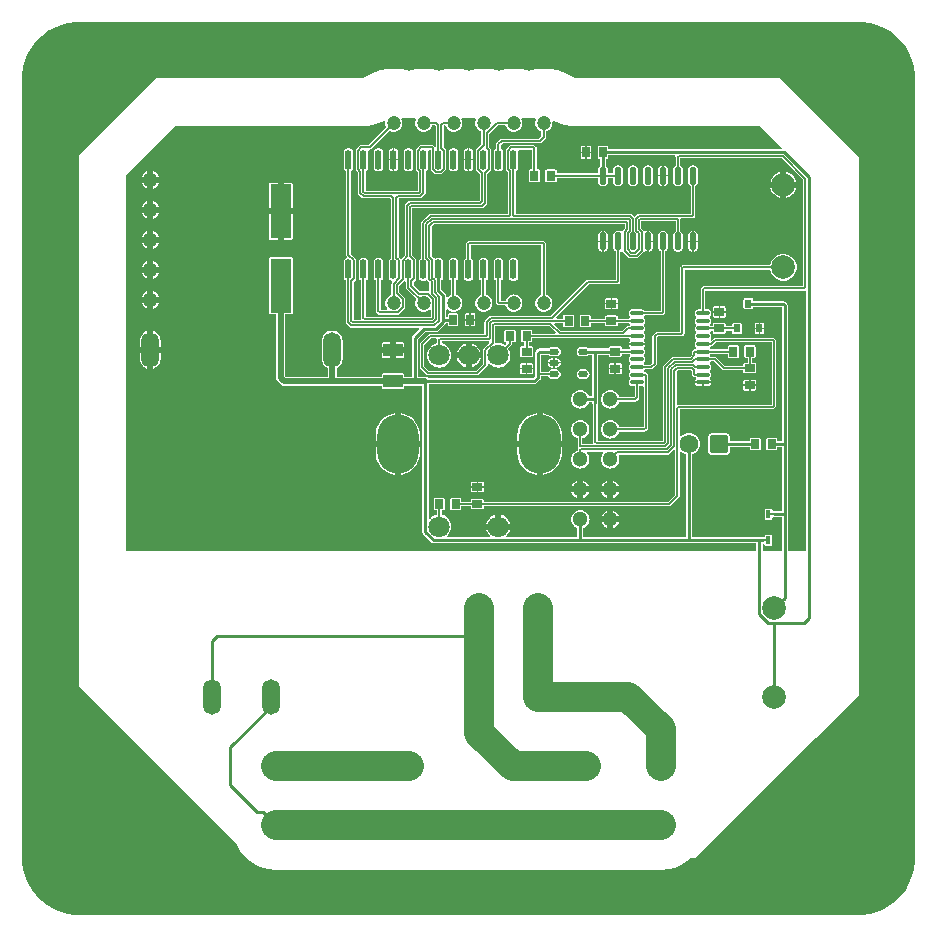
<source format=gtl>
G04*
G04 #@! TF.GenerationSoftware,Altium Limited,Altium Designer,20.1.8 (145)*
G04*
G04 Layer_Physical_Order=1*
G04 Layer_Color=255*
%FSTAX44Y44*%
%MOMM*%
G71*
G04*
G04 #@! TF.SameCoordinates,3FB953A3-40FA-41B3-B2B8-089A0B83DAA2*
G04*
G04*
G04 #@! TF.FilePolarity,Positive*
G04*
G01*
G75*
%ADD15C,0.2540*%
%ADD17C,0.1524*%
G04:AMPARAMS|DCode=18|XSize=0.35mm|YSize=0.7mm|CornerRadius=0.0018mm|HoleSize=0mm|Usage=FLASHONLY|Rotation=0.000|XOffset=0mm|YOffset=0mm|HoleType=Round|Shape=RoundedRectangle|*
%AMROUNDEDRECTD18*
21,1,0.3500,0.6965,0,0,0.0*
21,1,0.3465,0.7000,0,0,0.0*
1,1,0.0035,0.1733,-0.3483*
1,1,0.0035,-0.1733,-0.3483*
1,1,0.0035,-0.1733,0.3483*
1,1,0.0035,0.1733,0.3483*
%
%ADD18ROUNDEDRECTD18*%
G04:AMPARAMS|DCode=19|XSize=0.85mm|YSize=0.65mm|CornerRadius=0.0033mm|HoleSize=0mm|Usage=FLASHONLY|Rotation=180.000|XOffset=0mm|YOffset=0mm|HoleType=Round|Shape=RoundedRectangle|*
%AMROUNDEDRECTD19*
21,1,0.8500,0.6435,0,0,180.0*
21,1,0.8435,0.6500,0,0,180.0*
1,1,0.0065,-0.4218,0.3218*
1,1,0.0065,0.4218,0.3218*
1,1,0.0065,0.4218,-0.3218*
1,1,0.0065,-0.4218,-0.3218*
%
%ADD19ROUNDEDRECTD19*%
G04:AMPARAMS|DCode=20|XSize=0.8mm|YSize=0.7mm|CornerRadius=0.0035mm|HoleSize=0mm|Usage=FLASHONLY|Rotation=90.000|XOffset=0mm|YOffset=0mm|HoleType=Round|Shape=RoundedRectangle|*
%AMROUNDEDRECTD20*
21,1,0.8000,0.6930,0,0,90.0*
21,1,0.7930,0.7000,0,0,90.0*
1,1,0.0070,0.3465,0.3965*
1,1,0.0070,0.3465,-0.3965*
1,1,0.0070,-0.3465,-0.3965*
1,1,0.0070,-0.3465,0.3965*
%
%ADD20ROUNDEDRECTD20*%
G04:AMPARAMS|DCode=21|XSize=0.55mm|YSize=0.7mm|CornerRadius=0.0028mm|HoleSize=0mm|Usage=FLASHONLY|Rotation=180.000|XOffset=0mm|YOffset=0mm|HoleType=Round|Shape=RoundedRectangle|*
%AMROUNDEDRECTD21*
21,1,0.5500,0.6945,0,0,180.0*
21,1,0.5445,0.7000,0,0,180.0*
1,1,0.0055,-0.2723,0.3473*
1,1,0.0055,0.2723,0.3473*
1,1,0.0055,0.2723,-0.3473*
1,1,0.0055,-0.2723,-0.3473*
%
%ADD21ROUNDEDRECTD21*%
G04:AMPARAMS|DCode=22|XSize=0.8mm|YSize=0.7mm|CornerRadius=0.0035mm|HoleSize=0mm|Usage=FLASHONLY|Rotation=0.000|XOffset=0mm|YOffset=0mm|HoleType=Round|Shape=RoundedRectangle|*
%AMROUNDEDRECTD22*
21,1,0.8000,0.6930,0,0,0.0*
21,1,0.7930,0.7000,0,0,0.0*
1,1,0.0070,0.3965,-0.3465*
1,1,0.0070,-0.3965,-0.3465*
1,1,0.0070,-0.3965,0.3465*
1,1,0.0070,0.3965,0.3465*
%
%ADD22ROUNDEDRECTD22*%
%ADD23O,0.5500X1.7000*%
%ADD24O,0.5500X1.5500*%
%ADD25O,1.1500X0.4000*%
%ADD26O,0.8500X0.5500*%
G04:AMPARAMS|DCode=27|XSize=0.85mm|YSize=0.65mm|CornerRadius=0.0033mm|HoleSize=0mm|Usage=FLASHONLY|Rotation=90.000|XOffset=0mm|YOffset=0mm|HoleType=Round|Shape=RoundedRectangle|*
%AMROUNDEDRECTD27*
21,1,0.8500,0.6435,0,0,90.0*
21,1,0.8435,0.6500,0,0,90.0*
1,1,0.0065,0.3218,0.4218*
1,1,0.0065,0.3218,-0.4218*
1,1,0.0065,-0.3218,-0.4218*
1,1,0.0065,-0.3218,0.4218*
%
%ADD27ROUNDEDRECTD27*%
G04:AMPARAMS|DCode=28|XSize=1.75mm|YSize=4.55mm|CornerRadius=0.0088mm|HoleSize=0mm|Usage=FLASHONLY|Rotation=180.000|XOffset=0mm|YOffset=0mm|HoleType=Round|Shape=RoundedRectangle|*
%AMROUNDEDRECTD28*
21,1,1.7500,4.5325,0,0,180.0*
21,1,1.7325,4.5500,0,0,180.0*
1,1,0.0175,-0.8663,2.2663*
1,1,0.0175,0.8663,2.2663*
1,1,0.0175,0.8663,-2.2663*
1,1,0.0175,-0.8663,-2.2663*
%
%ADD28ROUNDEDRECTD28*%
G04:AMPARAMS|DCode=29|XSize=1.65mm|YSize=1.05mm|CornerRadius=0.0053mm|HoleSize=0mm|Usage=FLASHONLY|Rotation=180.000|XOffset=0mm|YOffset=0mm|HoleType=Round|Shape=RoundedRectangle|*
%AMROUNDEDRECTD29*
21,1,1.6500,1.0395,0,0,180.0*
21,1,1.6395,1.0500,0,0,180.0*
1,1,0.0105,-0.8198,0.5198*
1,1,0.0105,0.8198,0.5198*
1,1,0.0105,0.8198,-0.5198*
1,1,0.0105,-0.8198,-0.5198*
%
%ADD29ROUNDEDRECTD29*%
%ADD52C,5.0000*%
%ADD53C,0.1270*%
%ADD54C,2.5000*%
%ADD55C,0.5080*%
%ADD56C,0.1778*%
%ADD57C,2.0000*%
%ADD58O,1.5000X3.0000*%
%ADD59C,1.3000*%
%ADD60C,1.8000*%
%ADD61O,3.5000X5.0000*%
G04:AMPARAMS|DCode=62|XSize=3.5mm|YSize=5mm|CornerRadius=1.75mm|HoleSize=0mm|Usage=FLASHONLY|Rotation=0.000|XOffset=0mm|YOffset=0mm|HoleType=Round|Shape=RoundedRectangle|*
%AMROUNDEDRECTD62*
21,1,3.5000,1.5000,0,0,0.0*
21,1,0.0000,5.0000,0,0,0.0*
1,1,3.5000,0.0000,-0.7500*
1,1,3.5000,0.0000,-0.7500*
1,1,3.5000,0.0000,0.7500*
1,1,3.5000,0.0000,0.7500*
%
%ADD62ROUNDEDRECTD62*%
%ADD63O,2.2000X4.2000*%
%ADD64C,1.2000*%
G04:AMPARAMS|DCode=65|XSize=1.58mm|YSize=1.58mm|CornerRadius=0.158mm|HoleSize=0mm|Usage=FLASHONLY|Rotation=270.000|XOffset=0mm|YOffset=0mm|HoleType=Round|Shape=RoundedRectangle|*
%AMROUNDEDRECTD65*
21,1,1.5800,1.2640,0,0,270.0*
21,1,1.2640,1.5800,0,0,270.0*
1,1,0.3160,-0.6320,-0.6320*
1,1,0.3160,-0.6320,0.6320*
1,1,0.3160,0.6320,0.6320*
1,1,0.3160,0.6320,-0.6320*
%
%ADD65ROUNDEDRECTD65*%
%ADD66C,1.5800*%
%ADD67C,0.4100*%
G36*
X00436953Y00030987D02*
X00437101Y00030562D01*
X00436752Y00029908D01*
X00436336Y00028538D01*
X00436196Y00027113D01*
X00436336Y00025688D01*
X00436752Y00024317D01*
X00437427Y00023054D01*
X00438335Y00021947D01*
X00439442Y00021039D01*
X00440705Y00020364D01*
X00441558Y00020105D01*
Y00016081D01*
X00439448Y00013971D01*
X00407994D01*
X00407251Y00013823D01*
X00406621Y00013402D01*
X00403737Y00010518D01*
X00403316Y00009888D01*
X00403168Y00009145D01*
Y00005505D01*
X00403083Y0000547D01*
X00402244Y00004826D01*
X00401599Y00003986D01*
X00401194Y00003008D01*
X00401056Y00001959D01*
Y-00009541D01*
X00401194Y-00010591D01*
X00401599Y-00011568D01*
X00402244Y-00012408D01*
X00403083Y-00013053D01*
X00404061Y-00013458D01*
X00405111Y-00013596D01*
X0040616Y-00013458D01*
X00407138Y-00013053D01*
X00407978Y-00012408D01*
X00408622Y-00011568D01*
X00409027Y-00010591D01*
X00409165Y-00009541D01*
Y00001959D01*
X00409027Y00003008D01*
X00408622Y00003986D01*
X00407978Y00004826D01*
X00407138Y0000547D01*
X00407053Y00005505D01*
Y0000834D01*
X00408799Y00010086D01*
X00440252D01*
X00440996Y00010234D01*
X00441626Y00010655D01*
X00444874Y00013903D01*
X00445295Y00014533D01*
X00445443Y00015277D01*
Y00020105D01*
X00446296Y00020364D01*
X00447559Y00021039D01*
X00448666Y00021947D01*
X00449575Y00023054D01*
X0045025Y00024317D01*
X00450666Y00025688D01*
X00450806Y00027113D01*
X00450694Y00028246D01*
X004513Y00028859D01*
X00451816Y0002912D01*
X0045448Y00027861D01*
X0045818Y00026537D01*
X00461992Y00025582D01*
X0046588Y00025005D01*
X00469805Y00024812D01*
X00626684Y00024812D01*
X00645362Y00006134D01*
X00644876Y00004961D01*
X00498302D01*
Y00006589D01*
X00498201Y00007097D01*
X00497913Y00007528D01*
X00497482Y00007816D01*
X00496974Y00007917D01*
X00490539D01*
X00490031Y00007816D01*
X004896Y00007528D01*
X00489312Y00007097D01*
X00489211Y00006589D01*
Y-00001846D01*
X00489312Y-00002354D01*
X004896Y-00002785D01*
X00490031Y-00003073D01*
X00490539Y-00003174D01*
X00491167D01*
Y-00009381D01*
X0049089Y-00009594D01*
X00490245Y-00010434D01*
X0048984Y-00011412D01*
X00489702Y-00012461D01*
Y-00015519D01*
X00454415D01*
Y-00013496D01*
X00454314Y-00012987D01*
X00454025Y-00012555D01*
X00453593Y-00012267D01*
X00453084Y-00012166D01*
X00446154D01*
X00445645Y-00012267D01*
X00445214Y-00012555D01*
X00444925Y-00012987D01*
X00444824Y-00013496D01*
Y-00021426D01*
X00444925Y-00021935D01*
X00445214Y-00022367D01*
X00445645Y-00022655D01*
X00446154Y-00022757D01*
X00453084D01*
X00453593Y-00022655D01*
X00454025Y-00022367D01*
X00454314Y-00021935D01*
X00454415Y-00021426D01*
Y-00019404D01*
X00489702D01*
Y-00022461D01*
X0048984Y-00023511D01*
X00490245Y-00024488D01*
X0049089Y-00025328D01*
X0049173Y-00025973D01*
X00492707Y-00026378D01*
X00493757Y-00026516D01*
X00494806Y-00026378D01*
X00495784Y-00025973D01*
X00496624Y-00025328D01*
X00497268Y-00024488D01*
X00497673Y-00023511D01*
X00497812Y-00022461D01*
Y-00019404D01*
X00502402D01*
Y-00022461D01*
X0050254Y-00023511D01*
X00502945Y-00024488D01*
X0050359Y-00025328D01*
X0050443Y-00025973D01*
X00505407Y-00026378D01*
X00506457Y-00026516D01*
X00507506Y-00026378D01*
X00508484Y-00025973D01*
X00509324Y-00025328D01*
X00509968Y-00024488D01*
X00510373Y-00023511D01*
X00510512Y-00022461D01*
Y-00012461D01*
X00510373Y-00011412D01*
X00509968Y-00010434D01*
X00509324Y-00009594D01*
X00508484Y-0000895D01*
X00507506Y-00008545D01*
X00506457Y-00008407D01*
X00505407Y-00008545D01*
X0050443Y-0000895D01*
X0050359Y-00009594D01*
X00502945Y-00010434D01*
X0050254Y-00011412D01*
X00502402Y-00012461D01*
Y-00015519D01*
X00497812D01*
Y-00012461D01*
X00497673Y-00011412D01*
X00497268Y-00010434D01*
X00496624Y-00009594D01*
X00496347Y-00009381D01*
Y-00003174D01*
X00496974D01*
X00497482Y-00003073D01*
X00497913Y-00002785D01*
X00498201Y-00002354D01*
X00498302Y-00001846D01*
Y-00000218D01*
X00554531D01*
X00554794Y-0000047D01*
X00555387Y-00001488D01*
X00555314Y-00001854D01*
Y-00008914D01*
X00555229Y-0000895D01*
X0055439Y-00009594D01*
X00553745Y-00010434D01*
X0055334Y-00011412D01*
X00553202Y-00012461D01*
Y-00022461D01*
X0055334Y-00023511D01*
X00553745Y-00024488D01*
X0055439Y-00025328D01*
X00555229Y-00025973D01*
X00556207Y-00026378D01*
X00557257Y-00026516D01*
X00558306Y-00026378D01*
X00559284Y-00025973D01*
X00560124Y-00025328D01*
X00560768Y-00024488D01*
X00561173Y-00023511D01*
X00561311Y-00022461D01*
Y-00012461D01*
X00561173Y-00011412D01*
X00560768Y-00010434D01*
X00560124Y-00009594D01*
X00559284Y-0000895D01*
X00559199Y-00008914D01*
Y-00002746D01*
X00644969D01*
X00663138Y-00020915D01*
Y-00110833D01*
X00579415D01*
X00579415Y-00110833D01*
X00578671Y-00110981D01*
X00578041Y-00111402D01*
X00578041Y-00111402D01*
X00577025Y-00112418D01*
X00576604Y-00113048D01*
X00576456Y-00113791D01*
Y-00130499D01*
X00574649D01*
X00573795Y-00130612D01*
X00573Y-00130941D01*
X00572317Y-00131465D01*
X00571792Y-00132148D01*
X00571463Y-00132944D01*
X00571351Y-00133797D01*
X00571463Y-00134651D01*
X00571792Y-00135447D01*
X00572317Y-0013613D01*
X00572506Y-00136275D01*
X00572587Y-00136466D01*
Y-00137629D01*
X00572506Y-0013782D01*
X00572317Y-00137965D01*
X00571792Y-00138648D01*
X00571463Y-00139444D01*
X00571351Y-00140297D01*
X00571463Y-00141151D01*
X00571792Y-00141947D01*
X00572317Y-0014263D01*
X00572506Y-00142775D01*
X00572587Y-00142966D01*
Y-00144129D01*
X00572506Y-0014432D01*
X00572317Y-00144465D01*
X00571792Y-00145148D01*
X00571463Y-00145944D01*
X00571351Y-00146797D01*
X00571463Y-00147651D01*
X00571792Y-00148447D01*
X00572317Y-0014913D01*
X00572506Y-00149275D01*
X00572587Y-00149466D01*
Y-00150629D01*
X00572506Y-0015082D01*
X00572317Y-00150965D01*
X00571792Y-00151648D01*
X00571463Y-00152444D01*
X00571351Y-00153298D01*
X00571463Y-00154151D01*
X00571792Y-00154947D01*
X00572317Y-0015563D01*
X00572506Y-00155775D01*
X00572587Y-00155966D01*
Y-00157129D01*
X00572506Y-0015732D01*
X00572317Y-00157465D01*
X00571792Y-00158148D01*
X00571463Y-00158944D01*
X00571351Y-00159797D01*
X00571463Y-00160651D01*
X00571792Y-00161447D01*
X00572317Y-0016213D01*
X00572338Y-00162146D01*
X00572444Y-00163473D01*
X00571618Y-00164355D01*
X00571379D01*
X00571379Y-00164355D01*
X00570635Y-00164503D01*
X00570005Y-00164924D01*
X00569599Y-0016533D01*
X00569178Y-0016596D01*
X0056903Y-00166703D01*
Y-00168831D01*
X00567338Y-00170523D01*
X00553339D01*
X00552595Y-00170671D01*
X00551965Y-00171092D01*
X0054511Y-00177947D01*
X00544689Y-00178577D01*
X00544541Y-00179321D01*
Y-00242155D01*
X00489193D01*
Y-00211468D01*
X00489643Y-00210794D01*
X0048984Y-00209803D01*
Y-00206782D01*
Y-00168887D01*
X00498371D01*
Y-00169515D01*
X00498472Y-00170023D01*
X0049876Y-00170454D01*
X00499191Y-00170742D01*
X00499699Y-00170843D01*
X00508134D01*
X00508643Y-00170742D01*
X00509073Y-00170454D01*
X00509361Y-00170023D01*
X00509462Y-00169515D01*
Y-00168499D01*
X00516216D01*
X00516317Y-0016863D01*
X00516506Y-00168775D01*
X00516587Y-00168965D01*
Y-00170129D01*
X00516506Y-0017032D01*
X00516317Y-00170465D01*
X00515793Y-00171148D01*
X00515463Y-00171944D01*
X00515351Y-00172797D01*
X00515463Y-00173651D01*
X00515793Y-00174447D01*
X00516317Y-0017513D01*
X00516506Y-00175275D01*
X00516587Y-00175466D01*
Y-00176629D01*
X00516506Y-0017682D01*
X00516317Y-00176965D01*
X00515793Y-00177648D01*
X00515463Y-00178444D01*
X00515351Y-00179298D01*
X00515463Y-00180151D01*
X00515793Y-00180947D01*
X00516317Y-0018163D01*
X00516506Y-00181775D01*
X00516587Y-00181966D01*
Y-00183129D01*
X00516506Y-0018332D01*
X00516317Y-00183465D01*
X00515793Y-00184148D01*
X00515463Y-00184944D01*
X00515351Y-00185797D01*
X00515463Y-00186651D01*
X00515793Y-00187447D01*
X00516317Y-0018813D01*
X00516506Y-00188275D01*
X00516587Y-00188466D01*
Y-00189629D01*
X00516506Y-0018982D01*
X00516317Y-00189965D01*
X00515793Y-00190648D01*
X00515463Y-00191444D01*
X00515351Y-00192297D01*
X00515463Y-00193151D01*
X00515793Y-00193947D01*
X00516317Y-0019463D01*
X00517Y-00195154D01*
X00517795Y-00195483D01*
X00518649Y-00195596D01*
X00520457D01*
Y-00204363D01*
X0051998Y-0020484D01*
X00507179D01*
X00506861Y-00203794D01*
X0050614Y-00202444D01*
X00505169Y-00201261D01*
X00503986Y-0020029D01*
X00502636Y-00199569D01*
X00501171Y-00199124D01*
X00499648Y-00198974D01*
X00498125Y-00199124D01*
X0049666Y-00199569D01*
X00495311Y-0020029D01*
X00494128Y-00201261D01*
X00493157Y-00202444D01*
X00492435Y-00203794D01*
X00491991Y-00205259D01*
X00491841Y-00206782D01*
X00491991Y-00208305D01*
X00492435Y-0020977D01*
X00493157Y-0021112D01*
X00494128Y-00212303D01*
X00495311Y-00213274D01*
X0049666Y-00213995D01*
X00498125Y-0021444D01*
X00499648Y-0021459D01*
X00501171Y-0021444D01*
X00502636Y-00213995D01*
X00503986Y-00213274D01*
X00505169Y-00212303D01*
X0050614Y-0021112D01*
X00506861Y-0020977D01*
X00507179Y-00208724D01*
X00520784D01*
X00521528Y-00208576D01*
X00522158Y-00208155D01*
X00523772Y-00206541D01*
X00524193Y-00205911D01*
X00524341Y-00205168D01*
Y-00195596D01*
X00526149D01*
X00526908Y-00195496D01*
X00527037Y-00195509D01*
X00528178Y-00196371D01*
Y-00230006D01*
X00527944Y-0023024D01*
X00507179D01*
X00506861Y-00229194D01*
X0050614Y-00227844D01*
X00505169Y-00226661D01*
X00503986Y-0022569D01*
X00502636Y-00224969D01*
X00501171Y-00224524D01*
X00499648Y-00224374D01*
X00498125Y-00224524D01*
X0049666Y-00224969D01*
X00495311Y-0022569D01*
X00494128Y-00226661D01*
X00493157Y-00227844D01*
X00492435Y-00229194D01*
X00491991Y-00230659D01*
X00491841Y-00232182D01*
X00491991Y-00233705D01*
X00492435Y-0023517D01*
X00493157Y-0023652D01*
X00494128Y-00237703D01*
X00495311Y-00238674D01*
X0049666Y-00239395D01*
X00498125Y-0023984D01*
X00499648Y-0023999D01*
X00501171Y-0023984D01*
X00502636Y-00239395D01*
X00503986Y-00238674D01*
X00505169Y-00237703D01*
X0050614Y-0023652D01*
X00506861Y-0023517D01*
X00507179Y-00234124D01*
X00528749D01*
X00529492Y-00233976D01*
X00530122Y-00233555D01*
X00531493Y-00232184D01*
X00531914Y-00231554D01*
X00532062Y-00230811D01*
Y-00186501D01*
X00531914Y-00185758D01*
X00531493Y-00185128D01*
X00530789Y-00184424D01*
X00530159Y-00184003D01*
X00529416Y-00183855D01*
X0052878D01*
X00528481Y-00183465D01*
X0052846Y-00183449D01*
X00528354Y-00182122D01*
X0052918Y-0018124D01*
X0053473D01*
X00535473Y-00181092D01*
X00536103Y-00180671D01*
X00538685Y-00178089D01*
X00539106Y-00177459D01*
X00539254Y-00176716D01*
X00539254Y-00176716D01*
Y-00154368D01*
X00540087Y-00153535D01*
X00560128D01*
X00560871Y-00153387D01*
X00561502Y-00152966D01*
X00562245Y-00152222D01*
X00562667Y-00151592D01*
X00562814Y-00150849D01*
Y-00096971D01*
X00635287D01*
X00635659Y-00098522D01*
X00636338Y-00100161D01*
X00637265Y-00101674D01*
X00638417Y-00103023D01*
X00639766Y-00104175D01*
X00641279Y-00105102D01*
X00642917Y-0010578D01*
X00644642Y-00106195D01*
X00646411Y-00106334D01*
X00648179Y-00106195D01*
X00649904Y-0010578D01*
X00651543Y-00105102D01*
X00653056Y-00104175D01*
X00654405Y-00103023D01*
X00655557Y-00101674D01*
X00656484Y-00100161D01*
X00657162Y-00098522D01*
X00657577Y-00096797D01*
X00657716Y-00095029D01*
X00657577Y-0009326D01*
X00657162Y-00091536D01*
X00656484Y-00089897D01*
X00655557Y-00088384D01*
X00654405Y-00087035D01*
X00653056Y-00085883D01*
X00651543Y-00084956D01*
X00649904Y-00084277D01*
X00648179Y-00083863D01*
X00646411Y-00083724D01*
X00644642Y-00083863D01*
X00642917Y-00084277D01*
X00641279Y-00084956D01*
X00639766Y-00085883D01*
X00638417Y-00087035D01*
X00637265Y-00088384D01*
X00636338Y-00089897D01*
X00635659Y-00091536D01*
X00635287Y-00093087D01*
X00561616D01*
X00560873Y-00093234D01*
X00560243Y-00093656D01*
X00559499Y-00094399D01*
X00559078Y-0009503D01*
X0055893Y-00095773D01*
Y-00149651D01*
X00539282D01*
X00538539Y-00149799D01*
X00537909Y-0015022D01*
X00535938Y-0015219D01*
X00535517Y-00152821D01*
X00535369Y-00153564D01*
Y-00175911D01*
X00533925Y-00177355D01*
X0052878D01*
X00528481Y-00176965D01*
X00528291Y-0017682D01*
X00528211Y-00176629D01*
Y-00175466D01*
X00528291Y-00175275D01*
X00528481Y-0017513D01*
X00529005Y-00174447D01*
X00529335Y-00173651D01*
X00529447Y-00172797D01*
X00529335Y-00171944D01*
X00529005Y-00171148D01*
X00528481Y-00170465D01*
X00528291Y-0017032D01*
X00528211Y-00170129D01*
Y-00168965D01*
X00528291Y-00168775D01*
X00528481Y-0016863D01*
X00529005Y-00167947D01*
X00529335Y-00167151D01*
X00529447Y-00166297D01*
X00529335Y-00165444D01*
X00529005Y-00164648D01*
X00528481Y-00163965D01*
X00528291Y-0016382D01*
X00528211Y-00163629D01*
Y-00162466D01*
X00528291Y-00162275D01*
X00528481Y-0016213D01*
X00529005Y-00161447D01*
X00529335Y-00160651D01*
X00529364Y-00160432D01*
X00522399D01*
X00515434D01*
X00515463Y-00160651D01*
X00515793Y-00161447D01*
X00516317Y-0016213D01*
X00516179Y-00163402D01*
X0051551Y-00164096D01*
X00509462D01*
Y-0016308D01*
X00509361Y-00162572D01*
X00509073Y-00162141D01*
X00508643Y-00161853D01*
X00508134Y-00161752D01*
X00499699D01*
X00499191Y-00161853D01*
X0049876Y-00162141D01*
X00498472Y-00162572D01*
X00498371Y-0016308D01*
Y-00163708D01*
X00481377D01*
X00481164Y-0016343D01*
X00480324Y-00162786D01*
X00479346Y-00162381D01*
X00478297Y-00162243D01*
X00475297D01*
X00474247Y-00162381D01*
X0047327Y-00162786D01*
X0047243Y-0016343D01*
X00471785Y-0016427D01*
X0047138Y-00165248D01*
X00471242Y-00166297D01*
X0047138Y-00167347D01*
X00471785Y-00168325D01*
X0047243Y-00169165D01*
X0047327Y-00169809D01*
X00474247Y-00170214D01*
X00475297Y-00170352D01*
X00478297D01*
X00479346Y-00170214D01*
X00480324Y-00169809D01*
X00481164Y-00169165D01*
X00481377Y-00168887D01*
X00484661D01*
Y-00204192D01*
X00481582D01*
X00481461Y-00203794D01*
X0048074Y-00202444D01*
X00479769Y-00201261D01*
X00478586Y-0020029D01*
X00477236Y-00199569D01*
X00475771Y-00199124D01*
X00474248Y-00198974D01*
X00472725Y-00199124D01*
X0047126Y-00199569D01*
X00469911Y-0020029D01*
X00468727Y-00201261D01*
X00467757Y-00202444D01*
X00467035Y-00203794D01*
X00466591Y-00205259D01*
X00466441Y-00206782D01*
X00466591Y-00208305D01*
X00467035Y-0020977D01*
X00467757Y-0021112D01*
X00468727Y-00212303D01*
X00469911Y-00213274D01*
X0047126Y-00213995D01*
X00472725Y-0021444D01*
X00474248Y-0021459D01*
X00475771Y-0021444D01*
X00477236Y-00213995D01*
X00478586Y-00213274D01*
X00479769Y-00212303D01*
X0048074Y-0021112D01*
X00481461Y-0020977D01*
X00481582Y-00209372D01*
X00484661D01*
Y-00209803D01*
X00484858Y-00210794D01*
X00485308Y-00211468D01*
Y-00243002D01*
X00485392Y-00243425D01*
X00484851Y-00244389D01*
X00484563Y-00244695D01*
X00476191D01*
Y-00239712D01*
X00477236Y-00239395D01*
X00478586Y-00238674D01*
X00479769Y-00237703D01*
X0048074Y-0023652D01*
X00481461Y-0023517D01*
X00481906Y-00233705D01*
X00482056Y-00232182D01*
X00481906Y-00230659D01*
X00481461Y-00229194D01*
X0048074Y-00227844D01*
X00479769Y-00226661D01*
X00478586Y-0022569D01*
X00477236Y-00224969D01*
X00475771Y-00224524D01*
X00474248Y-00224374D01*
X00472725Y-00224524D01*
X0047126Y-00224969D01*
X00469911Y-0022569D01*
X00468727Y-00226661D01*
X00467757Y-00227844D01*
X00467035Y-00229194D01*
X00466591Y-00230659D01*
X00466441Y-00232182D01*
X00466591Y-00233705D01*
X00467035Y-0023517D01*
X00467757Y-0023652D01*
X00468727Y-00237703D01*
X00469911Y-00238674D01*
X0047126Y-00239395D01*
X00472306Y-00239712D01*
Y-00245912D01*
X00472454Y-00246655D01*
X00472875Y-00247285D01*
Y-00248329D01*
X00472454Y-00248959D01*
X00472306Y-00249702D01*
Y-00250052D01*
X0047126Y-00250369D01*
X00469911Y-0025109D01*
X00468727Y-00252061D01*
X00467757Y-00253244D01*
X00467035Y-00254594D01*
X00466591Y-00256059D01*
X00466441Y-00257582D01*
X00466591Y-00259105D01*
X00467035Y-0026057D01*
X00467757Y-0026192D01*
X00468727Y-00263103D01*
X00469911Y-00264074D01*
X0047126Y-00264795D01*
X00472725Y-0026524D01*
X00474248Y-0026539D01*
X00475771Y-0026524D01*
X00477236Y-00264795D01*
X00478586Y-00264074D01*
X00479769Y-00263103D01*
X0048074Y-0026192D01*
X00481461Y-0026057D01*
X00481906Y-00259105D01*
X00482056Y-00257582D01*
X00481906Y-00256059D01*
X00481461Y-00254594D01*
X0048074Y-00253244D01*
X00480038Y-00252389D01*
X00480496Y-00251119D01*
X00493401D01*
X00493858Y-00252389D01*
X00493157Y-00253244D01*
X00492435Y-00254594D01*
X00491991Y-00256059D01*
X00491841Y-00257582D01*
X00491991Y-00259105D01*
X00492435Y-0026057D01*
X00493157Y-0026192D01*
X00494128Y-00263103D01*
X00495311Y-00264074D01*
X0049666Y-00264795D01*
X00498125Y-0026524D01*
X00499648Y-0026539D01*
X00501171Y-0026524D01*
X00502636Y-00264795D01*
X00503986Y-00264074D01*
X00505169Y-00263103D01*
X0050614Y-0026192D01*
X00506861Y-0026057D01*
X00507306Y-00259105D01*
X00507456Y-00257582D01*
X00507306Y-00256059D01*
X00506963Y-00254929D01*
X00507612Y-00253659D01*
X00548565D01*
X00549308Y-00253511D01*
X00549938Y-0025309D01*
X00553527Y-00249501D01*
X00554701Y-00249987D01*
Y-00287565D01*
X00548807Y-00293459D01*
X00392841D01*
Y-00292184D01*
X0039274Y-00291675D01*
X00392453Y-00291245D01*
X00392022Y-00290957D01*
X00391513Y-00290856D01*
X00383078D01*
X0038257Y-00290957D01*
X00382139Y-00291245D01*
X00381852Y-00291675D01*
X0038175Y-00292184D01*
Y-00293459D01*
X00373794D01*
Y-00291436D01*
X00373693Y-00290927D01*
X00373405Y-00290495D01*
X00372973Y-00290207D01*
X00372464Y-00290106D01*
X00365534D01*
X00365025Y-00290207D01*
X00364593Y-00290495D01*
X00364305Y-00290927D01*
X00364203Y-00291436D01*
Y-00299366D01*
X00364305Y-00299875D01*
X00364593Y-00300307D01*
X00365025Y-00300595D01*
X00365534Y-00300697D01*
X00372464D01*
X00372973Y-00300595D01*
X00373405Y-00300307D01*
X00373693Y-00299875D01*
X00373794Y-00299366D01*
Y-00297343D01*
X0038175D01*
Y-00298619D01*
X00381852Y-00299127D01*
X00382139Y-00299558D01*
X0038257Y-00299846D01*
X00383078Y-00299947D01*
X00391513D01*
X00392022Y-00299846D01*
X00392453Y-00299558D01*
X0039274Y-00299127D01*
X00392841Y-00298619D01*
Y-00297343D01*
X00549612D01*
X00550355Y-00297196D01*
X00550985Y-00296775D01*
X00558016Y-00289743D01*
X00558017Y-00289743D01*
X00558438Y-00289113D01*
X00558585Y-0028837D01*
X00558585Y-0028837D01*
Y-00251405D01*
X00559855Y-00250951D01*
X00559933Y-00251045D01*
X00561329Y-00252191D01*
X00562922Y-00253042D01*
X00563858Y-00253326D01*
Y-00323479D01*
X00477092D01*
Y-00315716D01*
X0047749Y-00315595D01*
X0047884Y-00314874D01*
X00480023Y-00313903D01*
X00480994Y-0031272D01*
X00481716Y-0031137D01*
X0048216Y-00309905D01*
X0048231Y-00308382D01*
X0048216Y-00306859D01*
X00481716Y-00305394D01*
X00480994Y-00304044D01*
X00480023Y-00302861D01*
X0047884Y-0030189D01*
X0047749Y-00301169D01*
X00476026Y-00300724D01*
X00474502Y-00300574D01*
X00472979Y-00300724D01*
X00471514Y-00301169D01*
X00470165Y-0030189D01*
X00468982Y-00302861D01*
X0046801Y-00304044D01*
X00467289Y-00305394D01*
X00466845Y-00306859D01*
X00466695Y-00308382D01*
X00466845Y-00309905D01*
X00467289Y-0031137D01*
X0046801Y-0031272D01*
X00468982Y-00313903D01*
X00470165Y-00314874D01*
X00471514Y-00315595D01*
X00471912Y-00315716D01*
Y-00323479D01*
X00412284D01*
X00411829Y-00322209D01*
X00412296Y-00321826D01*
X00413579Y-00320262D01*
X00414533Y-00318478D01*
X0041496Y-00317069D01*
X00395037D01*
X00395465Y-00318478D01*
X00396418Y-00320262D01*
X00397702Y-00321826D01*
X00398168Y-00322209D01*
X00397714Y-00323479D01*
X00362284D01*
X00361829Y-00322209D01*
X00362296Y-00321826D01*
X00363579Y-00320262D01*
X00364533Y-00318478D01*
X0036512Y-00316542D01*
X00365318Y-00314529D01*
X0036512Y-00312516D01*
X00364533Y-0031058D01*
X00363579Y-00308796D01*
X00362296Y-00307232D01*
X00360732Y-00305949D01*
X00358948Y-00304995D01*
X00357012Y-00304408D01*
X00356941Y-00304401D01*
Y-00300697D01*
X00358464D01*
X00358973Y-00300595D01*
X00359405Y-00300307D01*
X00359693Y-00299875D01*
X00359794Y-00299366D01*
Y-00291436D01*
X00359693Y-00290927D01*
X00359405Y-00290495D01*
X00358973Y-00290207D01*
X00358464Y-00290106D01*
X00351534D01*
X00351025Y-00290207D01*
X00350593Y-00290495D01*
X00350304Y-00290927D01*
X00350203Y-00291436D01*
Y-00299366D01*
X00350304Y-00299875D01*
X00350593Y-00300307D01*
X00351025Y-00300595D01*
X00351534Y-00300697D01*
X00353056D01*
Y-00304401D01*
X00352985Y-00304408D01*
X0035105Y-00304995D01*
X00349266Y-00305949D01*
X00347702Y-00307232D01*
X00347249Y-00307784D01*
X00345979Y-0030733D01*
Y-00194259D01*
X00346106Y-00194161D01*
X00346204Y-00194034D01*
X00435247D01*
X00436238Y-00193836D01*
X00437079Y-00193275D01*
X00440216Y-00190138D01*
X00440777Y-00189297D01*
X00440975Y-00188306D01*
Y-0018724D01*
X0044725D01*
X00447285Y-00187325D01*
X0044793Y-00188165D01*
X00448769Y-00188809D01*
X00449747Y-00189214D01*
X00450797Y-00189352D01*
X00453797D01*
X00454846Y-00189214D01*
X00455824Y-00188809D01*
X00456664Y-00188165D01*
X00457308Y-00187325D01*
X00457713Y-00186347D01*
X00457851Y-00185297D01*
X00457713Y-00184248D01*
X00457308Y-0018327D01*
X00456664Y-0018243D01*
X00455824Y-00181786D01*
X00454846Y-00181381D01*
X00453797Y-00181243D01*
X00450797D01*
X00449747Y-00181381D01*
X00448769Y-00181786D01*
X0044793Y-0018243D01*
X00447285Y-0018327D01*
X0044725Y-00183355D01*
X00440975D01*
Y-00168903D01*
X00440991Y-00168887D01*
X00447717D01*
X0044793Y-00169165D01*
X00448769Y-00169809D01*
X00449747Y-00170214D01*
X00450797Y-00170352D01*
X00453797D01*
X00454846Y-00170214D01*
X00455824Y-00169809D01*
X00456664Y-00169165D01*
X00457308Y-00168325D01*
X00457713Y-00167347D01*
X00457851Y-00166297D01*
X00457713Y-00165248D01*
X00457308Y-0016427D01*
X00456664Y-0016343D01*
X00455824Y-00162786D01*
X00454846Y-00162381D01*
X00453797Y-00162243D01*
X00450797D01*
X00449747Y-00162381D01*
X00448769Y-00162786D01*
X0044793Y-0016343D01*
X00447717Y-00163708D01*
X00439918D01*
X00438927Y-00163905D01*
X00438087Y-00164466D01*
X00436554Y-00165999D01*
X00435992Y-0016684D01*
X00435795Y-00167831D01*
Y-00187234D01*
X00434175Y-00188854D01*
X00346204D01*
X00346106Y-00188727D01*
X0034531Y-00188116D01*
X00344383Y-00187732D01*
X00343389Y-00187601D01*
X00336719D01*
Y-00156012D01*
X00342837Y-00149894D01*
X00352204D01*
X00353195Y-00149697D01*
X00354035Y-00149136D01*
X00359985Y-00143187D01*
X00360546Y-00142346D01*
X00360589Y-00142127D01*
X00362108D01*
Y-00143755D01*
X00362209Y-00144263D01*
X00362497Y-00144694D01*
X00362928Y-00144982D01*
X00363436Y-00145083D01*
X00369871D01*
X00370379Y-00144982D01*
X0037081Y-00144694D01*
X00371098Y-00144263D01*
X00371199Y-00143755D01*
Y-0013532D01*
X00371098Y-00134812D01*
X0037081Y-00134381D01*
X00370379Y-00134093D01*
X00369871Y-00133992D01*
X00363436D01*
X00362928Y-00134093D01*
X00362497Y-00134381D01*
X00362209Y-00134812D01*
X00362108Y-0013532D01*
Y-00136948D01*
X00360743D01*
Y-00130758D01*
X00362013Y-00130304D01*
X00362135Y-00130453D01*
X00363242Y-00131361D01*
X00364505Y-00132036D01*
X00365876Y-00132452D01*
X00367301Y-00132592D01*
X00368726Y-00132452D01*
X00370096Y-00132036D01*
X00371359Y-00131361D01*
X00372466Y-00130453D01*
X00373375Y-00129346D01*
X0037405Y-00128083D01*
X00374466Y-00126712D01*
X00374606Y-00125287D01*
X00374466Y-00123862D01*
X0037405Y-00122492D01*
X00373375Y-00121229D01*
X00372466Y-00120122D01*
X00371359Y-00119213D01*
X00370096Y-00118538D01*
X00368953Y-00118191D01*
Y-00106088D01*
X00369038Y-00106053D01*
X00369878Y-00105408D01*
X00370522Y-00104568D01*
X00370927Y-0010359D01*
X00371065Y-00102541D01*
Y-00091041D01*
X00370927Y-00089992D01*
X00370522Y-00089014D01*
X00369878Y-00088174D01*
X00369038Y-0008753D01*
X0036806Y-00087125D01*
X00367011Y-00086986D01*
X00365961Y-00087125D01*
X00364983Y-0008753D01*
X00364144Y-00088174D01*
X00363499Y-00089014D01*
X00363094Y-00089992D01*
X00362956Y-00091041D01*
Y-00102541D01*
X00363094Y-0010359D01*
X00363499Y-00104568D01*
X00364144Y-00105408D01*
X00364983Y-00106053D01*
X00365069Y-00106088D01*
Y-00118367D01*
X00364505Y-00118538D01*
X00363242Y-00119213D01*
X00362135Y-00120122D01*
X00362013Y-00120271D01*
X00360743Y-00119816D01*
Y-00118686D01*
X00360546Y-00117695D01*
X00359985Y-00116855D01*
X00356901Y-00113771D01*
Y-00105621D01*
X00357178Y-00105408D01*
X00357822Y-00104568D01*
X00358227Y-0010359D01*
X00358366Y-00102541D01*
Y-00091041D01*
X00358227Y-00089992D01*
X00357822Y-00089014D01*
X00357178Y-00088174D01*
X00356338Y-0008753D01*
X0035536Y-00087125D01*
X00354311Y-00086986D01*
X00353261Y-00087125D01*
X00352284Y-0008753D01*
X00352136Y-0008756D01*
X00350662Y-00087182D01*
X00350639Y-00087147D01*
X00348633Y-00085141D01*
Y-00060531D01*
X0035058Y-00058583D01*
X00512135D01*
Y-00062061D01*
X00510588Y-00063608D01*
X00510173Y-00064229D01*
X00510165Y-00064238D01*
X00508784Y-0006468D01*
X00508484Y-0006445D01*
X00507506Y-00064045D01*
X00506457Y-00063906D01*
X00505407Y-00064045D01*
X0050443Y-0006445D01*
X0050359Y-00065094D01*
X00502945Y-00065934D01*
X0050254Y-00066912D01*
X00502402Y-00067961D01*
Y-00077961D01*
X0050254Y-00079011D01*
X00502945Y-00079988D01*
X0050359Y-00080828D01*
X0050443Y-00081473D01*
X00504515Y-00081508D01*
Y-00105585D01*
X00481039D01*
X00480295Y-00105733D01*
X00479665Y-00106154D01*
X00450004Y-00135815D01*
X00398882D01*
X00398881Y-00135815D01*
X00398138Y-00135963D01*
X00397508Y-00136384D01*
X00393788Y-00140104D01*
X00393367Y-00140734D01*
X00393219Y-00141477D01*
Y-00151293D01*
X00347471D01*
X00346728Y-00151441D01*
X00346098Y-00151862D01*
X00338985Y-00158974D01*
X00338564Y-00159604D01*
X00338416Y-00160347D01*
Y-00179225D01*
X00338564Y-00179968D01*
X00338985Y-00180598D01*
X00344284Y-00185897D01*
X00344914Y-00186318D01*
X00345657Y-00186465D01*
X00386951D01*
X00387694Y-00186318D01*
X00388324Y-00185897D01*
X00395467Y-00178754D01*
X00395888Y-00178124D01*
X00396036Y-0017738D01*
Y-00176799D01*
X00397306Y-00176344D01*
X00397702Y-00176826D01*
X00399266Y-0017811D01*
X0040105Y-00179063D01*
X00402985Y-0017965D01*
X00404999Y-00179849D01*
X00407012Y-0017965D01*
X00408948Y-00179063D01*
X00410732Y-0017811D01*
X00412296Y-00176826D01*
X00413579Y-00175262D01*
X00414533Y-00173478D01*
X0041512Y-00171542D01*
X00415318Y-00169529D01*
X0041512Y-00167516D01*
X00414533Y-0016558D01*
X00413579Y-00163796D01*
X00413534Y-00163741D01*
X00416298Y-00160976D01*
X0041672Y-00160346D01*
X00416867Y-00159603D01*
Y-00158593D01*
X0041839D01*
X00418899Y-00158492D01*
X00419331Y-00158203D01*
X00419619Y-00157772D01*
X00419721Y-00157262D01*
Y-00149333D01*
X00419619Y-00148823D01*
X00419331Y-00148392D01*
X00418899Y-00148103D01*
X0041839Y-00148002D01*
X0041146D01*
X00410951Y-00148103D01*
X00410519Y-00148392D01*
X00410231Y-00148823D01*
X0041013Y-00149333D01*
Y-00157262D01*
X00410231Y-00157772D01*
X00410519Y-00158203D01*
X00410951Y-00158492D01*
X00411403Y-00158582D01*
X00411517Y-00158752D01*
X00411918Y-00159863D01*
X00410787Y-00160994D01*
X00410732Y-00160949D01*
X00408948Y-00159995D01*
X00407012Y-00159408D01*
X00404999Y-00159209D01*
X00403378Y-00159369D01*
X00403062Y-00159235D01*
X00402533Y-00158796D01*
X00402184Y-00158324D01*
Y-0014478D01*
X00448382D01*
X00453784Y-00150182D01*
X00453298Y-00151355D01*
X00433721D01*
Y-00149333D01*
X00433619Y-00148823D01*
X00433331Y-00148392D01*
X00432899Y-00148103D01*
X0043239Y-00148002D01*
X0042546D01*
X00424951Y-00148103D01*
X00424519Y-00148392D01*
X00424231Y-00148823D01*
X00424129Y-00149333D01*
Y-00157262D01*
X00424231Y-00157772D01*
X00424519Y-00158203D01*
X00424951Y-00158492D01*
X0042546Y-00158593D01*
X00426983D01*
Y-00161755D01*
X00424708D01*
X00424199Y-00161856D01*
X00423769Y-00162144D01*
X00423481Y-00162575D01*
X0042338Y-00163083D01*
Y-00169518D01*
X00423481Y-00170026D01*
X00423769Y-00170457D01*
X00424199Y-00170745D01*
X00424708Y-00170846D01*
X00433143D01*
X00433651Y-00170745D01*
X00434082Y-00170457D01*
X0043437Y-00170026D01*
X00434471Y-00169518D01*
Y-00163083D01*
X0043437Y-00162575D01*
X00434082Y-00162144D01*
X00433651Y-00161856D01*
X00433143Y-00161755D01*
X00430867D01*
Y-00158593D01*
X0043239D01*
X00432899Y-00158492D01*
X00433331Y-00158203D01*
X00433619Y-00157772D01*
X00433721Y-00157262D01*
Y-0015524D01*
X00515617D01*
X00516444Y-00156122D01*
X00516338Y-00157449D01*
X00516317Y-00157465D01*
X00515793Y-00158148D01*
X00515463Y-00158944D01*
X00515434Y-00159162D01*
X00522399D01*
X00529363D01*
X00529335Y-00158944D01*
X00529005Y-00158148D01*
X00528481Y-00157465D01*
X00528291Y-0015732D01*
X00528211Y-00157129D01*
Y-00155966D01*
X00528291Y-00155775D01*
X00528481Y-0015563D01*
X00529005Y-00154947D01*
X00529335Y-00154151D01*
X00529447Y-00153298D01*
X00529335Y-00152444D01*
X00529005Y-00151648D01*
X00528481Y-00150965D01*
X00528291Y-0015082D01*
X00528211Y-00150629D01*
Y-00149466D01*
X00528291Y-00149275D01*
X00528481Y-0014913D01*
X00529005Y-00148447D01*
X00529335Y-00147651D01*
X00529447Y-00146797D01*
X00529335Y-00145944D01*
X00529005Y-00145148D01*
X00528481Y-00144465D01*
X00528291Y-0014432D01*
X00528211Y-00144129D01*
Y-00142966D01*
X00528291Y-00142775D01*
X00528481Y-0014263D01*
X00529005Y-00141947D01*
X00529335Y-00141151D01*
X00529447Y-00140297D01*
X00529335Y-00139444D01*
X00529005Y-00138648D01*
X00528481Y-00137965D01*
X0052846Y-00137949D01*
X00528354Y-00136622D01*
X0052918Y-0013574D01*
X00543455D01*
X00544199Y-00135592D01*
X00544829Y-00135171D01*
X0054593Y-00134069D01*
X00546351Y-00133439D01*
X00546499Y-00132696D01*
Y-00081508D01*
X00546584Y-00081473D01*
X00547424Y-00080828D01*
X00548068Y-00079988D01*
X00548473Y-00079011D01*
X00548611Y-00077961D01*
Y-00067961D01*
X00548473Y-00066912D01*
X00548068Y-00065934D01*
X00547424Y-00065094D01*
X00546584Y-0006445D01*
X00545606Y-00064045D01*
X00544557Y-00063906D01*
X00543507Y-00064045D01*
X00542529Y-0006445D01*
X0054169Y-00065094D01*
X00541045Y-00065934D01*
X0054064Y-00066912D01*
X00540502Y-00067961D01*
Y-00077961D01*
X0054064Y-00079011D01*
X00541045Y-00079988D01*
X0054169Y-00080828D01*
X00542529Y-00081473D01*
X00542615Y-00081508D01*
Y-00131855D01*
X0052878D01*
X00528481Y-00131465D01*
X00527798Y-00130941D01*
X00527002Y-00130612D01*
X00526149Y-00130499D01*
X00518649D01*
X00517795Y-00130612D01*
X00517Y-00130941D01*
X00516317Y-00131465D01*
X00515793Y-00132148D01*
X00515463Y-00132944D01*
X00515351Y-00133797D01*
X00515463Y-00134651D01*
X00515793Y-00135447D01*
X00516317Y-0013613D01*
X00516338Y-00136146D01*
X00516444Y-00137473D01*
X00515617Y-00138355D01*
X00506414D01*
Y-0013708D01*
X00506313Y-00136572D01*
X00506025Y-00136141D01*
X00505594Y-00135853D01*
X00505086Y-00135752D01*
X00496651D01*
X00496143Y-00135853D01*
X00495712Y-00136141D01*
X00495424Y-00136572D01*
X00495323Y-0013708D01*
Y-00138355D01*
X00483396D01*
Y-00136333D01*
X00483294Y-00135823D01*
X00483006Y-00135392D01*
X00482574Y-00135103D01*
X00482065Y-00135002D01*
X00475135D01*
X00474626Y-00135103D01*
X00474194Y-00135392D01*
X00473906Y-00135823D01*
X00473804Y-00136333D01*
Y-00144262D01*
X00473906Y-00144772D01*
X00474194Y-00145203D01*
X00474626Y-00145492D01*
X00475135Y-00145593D01*
X00482065D01*
X00482574Y-00145492D01*
X00483006Y-00145203D01*
X00483294Y-00144772D01*
X00483396Y-00144262D01*
Y-0014224D01*
X00495323D01*
Y-00143515D01*
X00495424Y-00144023D01*
X00495712Y-00144454D01*
X00496143Y-00144742D01*
X00496651Y-00144843D01*
X00505086D01*
X00505594Y-00144742D01*
X00506025Y-00144454D01*
X00506313Y-00144023D01*
X00506414Y-00143515D01*
Y-0014224D01*
X00516017D01*
X00516317Y-0014263D01*
X00516338Y-00142646D01*
X00516444Y-00143973D01*
X00515617Y-00144855D01*
X00514496D01*
X00513753Y-00145003D01*
X00513123Y-00145424D01*
X00513123Y-00145424D01*
X00509731Y-00148815D01*
X00457911D01*
X00452509Y-00143413D01*
X00452995Y-0014224D01*
X00459804D01*
Y-00144262D01*
X00459906Y-00144772D01*
X00460194Y-00145203D01*
X00460626Y-00145492D01*
X00461135Y-00145593D01*
X00468065D01*
X00468574Y-00145492D01*
X00469006Y-00145203D01*
X00469294Y-00144772D01*
X00469395Y-00144262D01*
Y-00136333D01*
X00469294Y-00135823D01*
X00469006Y-00135392D01*
X00468574Y-00135103D01*
X00468065Y-00135002D01*
X00461135D01*
X00460626Y-00135103D01*
X00460194Y-00135392D01*
X00459906Y-00135823D01*
X00459804Y-00136333D01*
Y-00138355D01*
X00454617D01*
X00454131Y-00137182D01*
X00481843Y-0010947D01*
X00505713D01*
X00506456Y-00109322D01*
X00507086Y-00108901D01*
X0050783Y-00108157D01*
X00508251Y-00107527D01*
X00508399Y-00106783D01*
Y-00082452D01*
X00509035Y-00081988D01*
X00510575Y-00082294D01*
X00510588Y-00082315D01*
X00514803Y-0008653D01*
X00514803Y-0008653D01*
X00515433Y-00086951D01*
X00516177Y-00087099D01*
X00516177Y-00087098D01*
X00522137D01*
X0052288Y-00086951D01*
X00523511Y-0008653D01*
X00527725Y-00082315D01*
X00527725Y-00082315D01*
X00528141Y-00081693D01*
X00528149Y-00081684D01*
X00529529Y-00081242D01*
X00529829Y-00081473D01*
X00530807Y-00081878D01*
X00531222Y-00081932D01*
Y-00072961D01*
Y-0006399D01*
X00530807Y-00064045D01*
X00529829Y-0006445D01*
X00529529Y-0006468D01*
X00528149Y-00064238D01*
X00528141Y-00064229D01*
X00527725Y-00063608D01*
X00526179Y-00062061D01*
Y-00056043D01*
X00555314D01*
Y-00064415D01*
X00555229Y-0006445D01*
X0055439Y-00065094D01*
X00553745Y-00065934D01*
X0055334Y-00066912D01*
X00553202Y-00067961D01*
Y-00077961D01*
X0055334Y-00079011D01*
X00553745Y-00079988D01*
X0055439Y-00080828D01*
X00555229Y-00081473D01*
X00556207Y-00081878D01*
X00557257Y-00082016D01*
X00558306Y-00081878D01*
X00559284Y-00081473D01*
X00560124Y-00080828D01*
X00560768Y-00079988D01*
X00561173Y-00079011D01*
X00561311Y-00077961D01*
Y-00067961D01*
X00561173Y-00066912D01*
X00560768Y-00065934D01*
X00560124Y-00065094D01*
X00559284Y-0006445D01*
X00559199Y-00064415D01*
Y-00054751D01*
X00560126Y-00053503D01*
X00569047D01*
X0056979Y-00053356D01*
X0057042Y-00052935D01*
X0057133Y-00052024D01*
X00571751Y-00051394D01*
X00571899Y-00050651D01*
X00571899Y-00050651D01*
Y-00026008D01*
X00571984Y-00025973D01*
X00572824Y-00025328D01*
X00573468Y-00024488D01*
X00573873Y-00023511D01*
X00574011Y-00022461D01*
Y-00012461D01*
X00573873Y-00011412D01*
X00573468Y-00010434D01*
X00572824Y-00009594D01*
X00571984Y-0000895D01*
X00571006Y-00008545D01*
X00569957Y-00008407D01*
X00568907Y-00008545D01*
X00567929Y-0000895D01*
X0056709Y-00009594D01*
X00566445Y-00010434D01*
X0056604Y-00011412D01*
X00565902Y-00012461D01*
Y-00022461D01*
X0056604Y-00023511D01*
X00566445Y-00024488D01*
X0056709Y-00025328D01*
X00567929Y-00025973D01*
X00568014Y-00026008D01*
Y-00049619D01*
X00523993D01*
X0052325Y-00049767D01*
X0052262Y-00050188D01*
X00520379Y-00052428D01*
X00518138Y-00050188D01*
X00517508Y-00049767D01*
X00516765Y-00049619D01*
X00419753D01*
Y-00013088D01*
X00419838Y-00013053D01*
X00420678Y-00012408D01*
X00421322Y-00011568D01*
X00421727Y-00010591D01*
X00421866Y-00009541D01*
Y00001959D01*
X00421727Y00003008D01*
X00421564Y00003401D01*
X00422296Y00004672D01*
X00433677D01*
Y-00012166D01*
X00432154D01*
X00431645Y-00012267D01*
X00431213Y-00012555D01*
X00430925Y-00012987D01*
X00430824Y-00013496D01*
Y-00021426D01*
X00430925Y-00021935D01*
X00431213Y-00022367D01*
X00431645Y-00022655D01*
X00432154Y-00022757D01*
X00439084D01*
X00439594Y-00022655D01*
X00440025Y-00022367D01*
X00440314Y-00021935D01*
X00440415Y-00021426D01*
Y-00013496D01*
X00440314Y-00012987D01*
X00440025Y-00012555D01*
X00439594Y-00012267D01*
X00439084Y-00012166D01*
X00437562D01*
Y00005711D01*
X00437414Y00006454D01*
X00436993Y00007084D01*
X0043609Y00007987D01*
X0043546Y00008408D01*
X00434716Y00008556D01*
X00415883D01*
X00415139Y00008408D01*
X00414509Y00007987D01*
X00411782Y0000526D01*
X00411361Y0000463D01*
X00411213Y00003887D01*
Y-00011469D01*
X00411361Y-00012213D01*
X00411782Y-00012843D01*
X00413223Y-00014283D01*
Y-00049619D01*
X00347671D01*
X00346928Y-00049767D01*
X00346298Y-00050188D01*
X00340237Y-00056248D01*
X00339816Y-00056878D01*
X00339669Y-00057622D01*
Y-00087494D01*
X00339584Y-0008753D01*
X00338744Y-00088174D01*
X00338099Y-00089014D01*
X00337694Y-00089992D01*
X00337556Y-00091041D01*
Y-00102541D01*
X00337694Y-0010359D01*
X00338099Y-00104568D01*
X00338744Y-00105408D01*
X00339584Y-00106053D01*
X00340561Y-00106458D01*
X00341611Y-00106596D01*
X0034266Y-00106458D01*
X00343605Y-00106067D01*
X00343694Y-00106042D01*
X0034522Y-00106372D01*
X00346654Y-00107806D01*
Y-00114551D01*
X00346502Y-00114764D01*
X00345383Y-00115481D01*
X00345175Y-0011544D01*
X00338392D01*
X00333393Y-00110441D01*
Y-00107389D01*
X00334939Y-00105843D01*
X0033536Y-00105213D01*
X00335508Y-00104469D01*
Y-00089113D01*
X0033536Y-0008837D01*
X00334939Y-0008774D01*
X00332123Y-00084923D01*
Y-00045D01*
X00332251Y-00044871D01*
X00391173D01*
X00391916Y-00044724D01*
X00392546Y-00044303D01*
X00395054Y-00041795D01*
X00395475Y-00041164D01*
X00395623Y-00040421D01*
X00395623Y-00040421D01*
Y-00015659D01*
X00398439Y-00012843D01*
X0039886Y-00012213D01*
X00399008Y-00011469D01*
Y00003986D01*
X0039886Y0000473D01*
X00398439Y0000536D01*
X0039722Y00006579D01*
Y00017706D01*
X00404685Y00025171D01*
X00411093D01*
X00411352Y00024317D01*
X00412027Y00023054D01*
X00412935Y00021947D01*
X00414042Y00021039D01*
X00415305Y00020364D01*
X00416676Y00019948D01*
X00418101Y00019808D01*
X00419526Y00019948D01*
X00420896Y00020364D01*
X00422159Y00021039D01*
X00423266Y00021947D01*
X00424175Y00023054D01*
X0042485Y00024317D01*
X00425266Y00025688D01*
X00425406Y00027113D01*
X00425266Y00028538D01*
X0042485Y00029908D01*
X004245Y00030562D01*
X00424648Y00030987D01*
X00425322Y0003172D01*
X00425574Y00031674D01*
X00426879Y00031567D01*
X00428181Y00031417D01*
X00428837Y00031407D01*
X00429491Y00031353D01*
X00430801Y00031374D01*
X00432111Y00031353D01*
X00432764Y00031407D01*
X0043342Y00031417D01*
X00434723Y00031567D01*
X00436028Y00031674D01*
X0043628Y0003172D01*
X00436953Y00030987D01*
D02*
G37*
G36*
X00386153D02*
X00386301Y00030562D01*
X00385952Y00029908D01*
X00385536Y00028538D01*
X00385396Y00027113D01*
X00385536Y00025688D01*
X00385952Y00024317D01*
X00386627Y00023054D01*
X00387535Y00021947D01*
X00388642Y00021039D01*
X00389905Y00020364D01*
X00390759Y00020105D01*
Y00009636D01*
X00386382Y0000526D01*
X00385961Y0000463D01*
X00385813Y00003887D01*
Y-00011469D01*
X00385961Y-00012213D01*
X00386382Y-00012843D01*
X00389198Y-00015659D01*
Y-00038311D01*
X00389062Y-00038447D01*
X00330395D01*
X00329651Y-00038595D01*
X00329021Y-00039016D01*
X00326267Y-0004177D01*
X00325846Y-000424D01*
X00325699Y-00043143D01*
Y-00084923D01*
X00323413Y-0008721D01*
X00322298Y-00087713D01*
X00321702Y-00087202D01*
X00320693Y-00086194D01*
Y-00037302D01*
X00321256Y-00036739D01*
X00338789D01*
X00339533Y-00036592D01*
X00340163Y-00036171D01*
X00342984Y-00033349D01*
X00343405Y-00032719D01*
X00343553Y-00031976D01*
X00343553Y-00031976D01*
Y-00013088D01*
X00343638Y-00013053D01*
X00344478Y-00012408D01*
X00345122Y-00011568D01*
X00345527Y-00010591D01*
X00345666Y-00009541D01*
Y00001959D01*
X00345527Y00003008D01*
X00345364Y00003401D01*
X00346096Y00004672D01*
X00347714D01*
Y-00011469D01*
X00347861Y-00012213D01*
X00348282Y-00012843D01*
X00351009Y-00015569D01*
X00351639Y-00015991D01*
X00352383Y-00016138D01*
X00356239D01*
X00356982Y-00015991D01*
X00357612Y-00015569D01*
X00360339Y-00012843D01*
X0036076Y-00012213D01*
X00360908Y-00011469D01*
Y00003887D01*
X0036076Y0000463D01*
X00360339Y0000526D01*
X00358793Y00006806D01*
Y00024984D01*
X00358979Y00025171D01*
X00360293D01*
X00360552Y00024317D01*
X00361227Y00023054D01*
X00362135Y00021947D01*
X00363242Y00021039D01*
X00364505Y00020364D01*
X00365876Y00019948D01*
X00367301Y00019808D01*
X00368726Y00019948D01*
X00370096Y00020364D01*
X00371359Y00021039D01*
X00372466Y00021947D01*
X00373375Y00023054D01*
X0037405Y00024317D01*
X00374466Y00025688D01*
X00374606Y00027113D01*
X00374466Y00028538D01*
X0037405Y00029908D01*
X003737Y00030562D01*
X00373848Y00030987D01*
X00374522Y0003172D01*
X00374774Y00031674D01*
X00376079Y00031567D01*
X00377381Y00031417D01*
X00378037Y00031407D01*
X00378691Y00031353D01*
X00380001Y00031374D01*
X00381311Y00031353D01*
X00381964Y00031407D01*
X0038262Y00031417D01*
X00383923Y00031567D01*
X00385228Y00031674D01*
X0038548Y0003172D01*
X00386153Y00030987D01*
D02*
G37*
G36*
X00335353D02*
X00335501Y00030562D01*
X00335152Y00029908D01*
X00334736Y00028538D01*
X00334596Y00027113D01*
X00334736Y00025688D01*
X00335152Y00024317D01*
X00335827Y00023054D01*
X00336735Y00021947D01*
X00337842Y00021039D01*
X00339105Y00020364D01*
X00340476Y00019948D01*
X00341901Y00019808D01*
X00343326Y00019948D01*
X00344696Y00020364D01*
X00345959Y00021039D01*
X00347066Y00021947D01*
X00347975Y00023054D01*
X0034865Y00024317D01*
X00348909Y00025171D01*
X00351737D01*
X00352369Y00024539D01*
Y0000744D01*
X00351099Y00007055D01*
X00351029Y00007158D01*
X003502Y00007987D01*
X0034957Y00008408D01*
X00348827Y00008556D01*
X00339683D01*
X00338939Y00008408D01*
X00338309Y00007987D01*
X00335582Y0000526D01*
X00335161Y0000463D01*
X00335014Y00003887D01*
Y-00011469D01*
X00335161Y-00012213D01*
X00335582Y-00012843D01*
X00337128Y-00014389D01*
Y-00030119D01*
X00336933Y-00030315D01*
X00292888D01*
X00292753Y-0003018D01*
Y-00013088D01*
X00292838Y-00013053D01*
X00293678Y-00012408D01*
X00294322Y-00011568D01*
X00294727Y-00010591D01*
X00294865Y-00009541D01*
Y00001959D01*
X00294727Y00003008D01*
X00294564Y00003401D01*
X00295296Y00004672D01*
X00296002D01*
X00296745Y00004819D01*
X00297375Y0000524D01*
X00312919Y00020784D01*
X00313705Y00020364D01*
X00315076Y00019948D01*
X00316501Y00019808D01*
X00317926Y00019948D01*
X00319296Y00020364D01*
X00320559Y00021039D01*
X00321666Y00021947D01*
X00322575Y00023054D01*
X0032325Y00024317D01*
X00323666Y00025688D01*
X00323806Y00027113D01*
X00323666Y00028538D01*
X0032325Y00029908D01*
X003229Y00030562D01*
X00323048Y00030987D01*
X00323722Y0003172D01*
X00323974Y00031674D01*
X00325279Y00031567D01*
X00326581Y00031417D01*
X00327237Y00031407D01*
X00327891Y00031353D01*
X00329201Y00031374D01*
X00330511Y00031353D01*
X00331164Y00031407D01*
X0033182Y00031417D01*
X00333123Y00031567D01*
X00334428Y00031674D01*
X0033468Y0003172D01*
X00335353Y00030987D01*
D02*
G37*
G36*
X00308701Y00028859D02*
X00309307Y00028246D01*
X00309196Y00027113D01*
X00309336Y00025688D01*
X00309752Y00024317D01*
X00310172Y00023531D01*
X00295197Y00008556D01*
X00288883D01*
X00288139Y00008408D01*
X00287509Y00007987D01*
X00284782Y0000526D01*
X00284361Y0000463D01*
X00284214Y00003887D01*
Y-00011789D01*
X00284361Y-00012532D01*
X00284782Y-00013162D01*
X00286329Y-00014708D01*
Y-00032037D01*
X00286476Y-0003278D01*
X00286897Y-0003341D01*
X00289658Y-0003617D01*
X00289658Y-00036171D01*
X00290288Y-00036592D01*
X00291031Y-00036739D01*
X00313696D01*
X00314268Y-00037312D01*
Y-00087494D01*
X00314184Y-0008753D01*
X00313344Y-00088174D01*
X00312699Y-00089014D01*
X00312294Y-00089992D01*
X00312156Y-00091041D01*
Y-00102541D01*
X00312294Y-0010359D01*
X00312699Y-00104568D01*
X00313344Y-00105408D01*
X00314184Y-00106053D01*
X00314577Y-00106215D01*
X00314875Y-00106891D01*
X00314994Y-00107527D01*
X00314967Y-001077D01*
X00314706Y-00108091D01*
X00314559Y-00108834D01*
Y-00118279D01*
X00313705Y-00118538D01*
X00312442Y-00119213D01*
X00311335Y-00120122D01*
X00310427Y-00121229D01*
X00309752Y-00122492D01*
X00309336Y-00123862D01*
X00309196Y-00125287D01*
X00309336Y-00126712D01*
X00309752Y-00128083D01*
X00310427Y-00129346D01*
X00310947Y-0012998D01*
X00310347Y-0013125D01*
X00305453D01*
Y-00106088D01*
X00305538Y-00106053D01*
X00306378Y-00105408D01*
X00307022Y-00104568D01*
X00307427Y-0010359D01*
X00307565Y-00102541D01*
Y-00091041D01*
X00307427Y-00089992D01*
X00307022Y-00089014D01*
X00306378Y-00088174D01*
X00305538Y-0008753D01*
X0030456Y-00087125D01*
X00303511Y-00086986D01*
X00302461Y-00087125D01*
X00301483Y-0008753D01*
X00300644Y-00088174D01*
X00299999Y-00089014D01*
X00299594Y-00089992D01*
X00299456Y-00091041D01*
Y-00102541D01*
X00299594Y-0010359D01*
X00299999Y-00104568D01*
X00300644Y-00105408D01*
X00301483Y-00106053D01*
X00301569Y-00106088D01*
Y-00132257D01*
X00301716Y-00133001D01*
X00302137Y-00133631D01*
X00303072Y-00134565D01*
X00303072Y-00134566D01*
X00303702Y-00134987D01*
X00304446Y-00135134D01*
X00304446Y-00135134D01*
X00319775D01*
X00320518Y-00134987D01*
X00321149Y-00134566D01*
X00325779Y-00129935D01*
X003262Y-00129305D01*
X00326348Y-00128561D01*
Y-00122013D01*
X00326348Y-00122013D01*
X003262Y-0012127D01*
X00325779Y-00120639D01*
X00325779Y-00120639D01*
X00320983Y-00115843D01*
Y-00110691D01*
X00325374Y-001063D01*
X00325699Y-00106247D01*
X00326968Y-00107326D01*
Y-00112297D01*
X00327116Y-0011304D01*
X00327537Y-00113671D01*
X00335572Y-00121705D01*
X00335152Y-00122492D01*
X00334736Y-00123862D01*
X00334596Y-00125287D01*
X00334736Y-00126712D01*
X00335152Y-00128083D01*
X00335827Y-00129346D01*
X00336735Y-00130453D01*
X00337842Y-00131361D01*
X00339105Y-00132036D01*
X00340476Y-00132452D01*
X00341901Y-00132592D01*
X00343326Y-00132452D01*
X00344696Y-00132036D01*
X00345959Y-00131361D01*
X00346594Y-00130841D01*
X00347864Y-00131441D01*
Y-00137107D01*
X00292753D01*
Y-00106088D01*
X00292838Y-00106053D01*
X00293678Y-00105408D01*
X00294322Y-00104568D01*
X00294727Y-0010359D01*
X00294865Y-00102541D01*
Y-00091041D01*
X00294727Y-00089992D01*
X00294322Y-00089014D01*
X00293678Y-00088174D01*
X00292838Y-0008753D01*
X0029186Y-00087125D01*
X00290811Y-00086986D01*
X00289761Y-00087125D01*
X00288783Y-0008753D01*
X00287944Y-00088174D01*
X00287299Y-00089014D01*
X00286894Y-00089992D01*
X00286756Y-00091041D01*
Y-00102541D01*
X00286894Y-0010359D01*
X00287299Y-00104568D01*
X00287944Y-00105408D01*
X00288783Y-00106053D01*
X00288869Y-00106088D01*
Y-00138D01*
X00288944Y-00138377D01*
X00288361Y-00139385D01*
X00288093Y-00139647D01*
X00282593D01*
Y-00107389D01*
X00284139Y-00105843D01*
X0028456Y-00105213D01*
X00284708Y-00104469D01*
Y-00089113D01*
X00284708Y-00089113D01*
X0028456Y-0008837D01*
X00284139Y-0008774D01*
X00280053Y-00083653D01*
Y-00013088D01*
X00280138Y-00013053D01*
X00280978Y-00012408D01*
X00281622Y-00011568D01*
X00282027Y-00010591D01*
X00282166Y-00009541D01*
Y00001959D01*
X00282027Y00003008D01*
X00281622Y00003986D01*
X00280978Y00004826D01*
X00280138Y0000547D01*
X0027916Y00005875D01*
X00278111Y00006014D01*
X00277061Y00005875D01*
X00276084Y0000547D01*
X00275244Y00004826D01*
X00274599Y00003986D01*
X00274194Y00003008D01*
X00274056Y00001959D01*
Y-00009541D01*
X00274194Y-00010591D01*
X00274599Y-00011568D01*
X00275244Y-00012408D01*
X00276084Y-00013053D01*
X00276168Y-00013088D01*
Y-00084458D01*
X00276316Y-00085201D01*
X00276737Y-00085831D01*
X00276857Y-00085951D01*
X00276477Y-00087367D01*
X00276084Y-0008753D01*
X00275244Y-00088174D01*
X00274599Y-00089014D01*
X00274194Y-00089992D01*
X00274056Y-00091041D01*
Y-00102541D01*
X00274194Y-0010359D01*
X00274599Y-00104568D01*
X00275244Y-00105408D01*
X00276084Y-00106053D01*
X00276168Y-00106088D01*
Y-00141652D01*
X00276316Y-00142395D01*
X00276737Y-00143025D01*
X00279215Y-00145503D01*
X00279845Y-00145924D01*
X00280588Y-00146072D01*
X00337675D01*
X00338161Y-00147245D01*
X00332298Y-00153108D01*
X00331737Y-00153948D01*
X0033154Y-00154939D01*
Y-00187601D01*
X00325503D01*
Y-00186246D01*
X003254Y-0018573D01*
X00325108Y-00185293D01*
X0032467Y-00185D01*
X00324154Y-00184898D01*
X00307759D01*
X00307243Y-00185D01*
X00306806Y-00185293D01*
X00306514Y-0018573D01*
X00306411Y-00186246D01*
Y-00187601D01*
X00268175D01*
Y-00180267D01*
X00269228Y-00179704D01*
X00270564Y-00178608D01*
X0027166Y-00177272D01*
X00272474Y-00175749D01*
X00272975Y-00174096D01*
X00273145Y-00172377D01*
Y-00157377D01*
X00272975Y-00155657D01*
X00272474Y-00154004D01*
X0027166Y-00152481D01*
X00270564Y-00151145D01*
X00269228Y-00150049D01*
X00267705Y-00149235D01*
X00266052Y-00148734D01*
X00264332Y-00148564D01*
X00262613Y-00148734D01*
X0026096Y-00149235D01*
X00259436Y-00150049D01*
X00258101Y-00151145D01*
X00257005Y-00152481D01*
X00256191Y-00154004D01*
X00255689Y-00155657D01*
X0025552Y-00157377D01*
Y-00172377D01*
X00255689Y-00174096D01*
X00256191Y-00175749D01*
X00257005Y-00177272D01*
X00258101Y-00178608D01*
X00259436Y-00179704D01*
X00260489Y-00180267D01*
Y-00187601D01*
X00225275D01*
X00224761Y-00187087D01*
Y-00134623D01*
X00229581D01*
X0023011Y-00134517D01*
X0023056Y-00134217D01*
X0023086Y-00133768D01*
X00230965Y-00133239D01*
Y-00087914D01*
X0023086Y-00087384D01*
X0023056Y-00086935D01*
X0023011Y-00086635D01*
X00229581Y-0008653D01*
X00212256D01*
X00211726Y-00086635D01*
X00211277Y-00086935D01*
X00210977Y-00087384D01*
X00210872Y-00087914D01*
Y-00133239D01*
X00210977Y-00133768D01*
X00211277Y-00134217D01*
X00211726Y-00134517D01*
X00212256Y-00134623D01*
X00217075D01*
Y-00188679D01*
X00217206Y-00189673D01*
X00217431Y-00190216D01*
X0021759Y-001906D01*
X00218201Y-00191396D01*
X00220966Y-00194161D01*
X00221762Y-00194772D01*
X00222689Y-00195156D01*
X00223683Y-00195287D01*
X00306411D01*
Y-00196641D01*
X00306514Y-00197157D01*
X00306806Y-00197595D01*
X00307243Y-00197887D01*
X00307759Y-0019799D01*
X00324154D01*
X0032467Y-00197887D01*
X00325108Y-00197595D01*
X003254Y-00197157D01*
X00325503Y-00196641D01*
Y-00195287D01*
X00340799D01*
Y-00319239D01*
X00340996Y-0032023D01*
X00341558Y-0032107D01*
X00348387Y-003279D01*
X00349228Y-00328462D01*
X00350219Y-00328659D01*
X0062354D01*
Y-0033514D01*
X00090049Y-0033514D01*
X00090049Y-00016587D01*
X00131448Y00024812D01*
X00290196Y00024812D01*
X00294121Y00025005D01*
X00298009Y00025582D01*
X00301821Y00026536D01*
X00305522Y0002786D01*
X00308186Y0002912D01*
X00308701Y00028859D01*
D02*
G37*
G36*
X00353071Y-00156447D02*
X00353056Y-00156519D01*
Y-00159401D01*
X00352985Y-00159408D01*
X0035105Y-00159995D01*
X00349266Y-00160949D01*
X00347702Y-00162232D01*
X00346418Y-00163796D01*
X00345465Y-0016558D01*
X00344877Y-00167516D01*
X00344679Y-00169529D01*
X00344877Y-00171542D01*
X00345465Y-00173478D01*
X00346418Y-00175262D01*
X00347702Y-00176826D01*
X00349266Y-0017811D01*
X0035105Y-00179063D01*
X00352985Y-0017965D01*
X00354999Y-00179849D01*
X00357012Y-0017965D01*
X00358948Y-00179063D01*
X00360732Y-0017811D01*
X00362296Y-00176826D01*
X00363579Y-00175262D01*
X00364533Y-00173478D01*
X0036512Y-00171542D01*
X00365318Y-00169529D01*
X0036512Y-00167516D01*
X00364533Y-0016558D01*
X00363579Y-00163796D01*
X00362296Y-00162232D01*
X00360732Y-00160949D01*
X00358948Y-00159995D01*
X00357012Y-00159408D01*
X00356941Y-00159401D01*
Y-00157718D01*
X00396846D01*
X00397063Y-00157977D01*
X00397443Y-00158916D01*
X0039272Y-00163639D01*
X00392299Y-00164269D01*
X00392151Y-00165012D01*
Y-00176576D01*
X00386146Y-00182581D01*
X00346462D01*
X00342301Y-0017842D01*
Y-00161152D01*
X00348276Y-00155177D01*
X00352193D01*
X00353071Y-00156447D01*
D02*
G37*
G36*
X00636595Y-00158508D02*
Y-00211163D01*
X00557765D01*
X00557315Y-00211252D01*
X00556382Y-00210738D01*
X00556045Y-00210436D01*
Y-00183281D01*
X00557299Y-00182027D01*
X00567802D01*
X00568777Y-00183002D01*
Y-00185165D01*
X00568924Y-00185908D01*
X00569345Y-00186539D01*
X00569978Y-00187171D01*
X00569978Y-00187171D01*
X00570608Y-00187592D01*
X00571351Y-0018774D01*
X00572017D01*
X00572317Y-0018813D01*
X00572506Y-00188275D01*
X00572587Y-00188466D01*
Y-00189629D01*
X00572506Y-0018982D01*
X00572317Y-00189965D01*
X00571792Y-00190648D01*
X00571463Y-00191444D01*
X00571434Y-00191662D01*
X00578398D01*
X00585363D01*
X00585335Y-00191444D01*
X00585005Y-00190648D01*
X00584481Y-00189965D01*
X00584291Y-0018982D01*
X00584211Y-00189629D01*
Y-00188466D01*
X00584291Y-00188275D01*
X00584481Y-0018813D01*
X00585005Y-00187447D01*
X00585335Y-00186651D01*
X00585447Y-00185797D01*
X00585335Y-00184944D01*
X00585005Y-00184148D01*
X00584481Y-00183465D01*
X00584291Y-0018332D01*
X00584211Y-00183129D01*
Y-00181966D01*
X00584291Y-00181775D01*
X00584481Y-0018163D01*
X00585005Y-00180947D01*
X00585335Y-00180151D01*
X00585447Y-00179298D01*
X00585335Y-00178444D01*
X00585005Y-00177648D01*
X00584481Y-00176965D01*
X0058446Y-00176949D01*
X00584353Y-00175622D01*
X0058518Y-0017474D01*
X00587452D01*
X00594383Y-00181671D01*
X00595013Y-00182092D01*
X00595756Y-0018224D01*
X00595757Y-0018224D01*
X00612455D01*
Y-00183515D01*
X00612556Y-00184023D01*
X00612844Y-00184454D01*
X00613275Y-00184742D01*
X00613783Y-00184843D01*
X00622218D01*
X00622727Y-00184742D01*
X00623157Y-00184454D01*
X00623445Y-00184023D01*
X00623546Y-00183515D01*
Y-0017708D01*
X00623445Y-00176572D01*
X00623157Y-00176141D01*
X00622727Y-00175853D01*
X00622218Y-00175752D01*
X00619943D01*
Y-00171593D01*
X00621466D01*
X00621975Y-00171492D01*
X00622407Y-00171203D01*
X00622695Y-00170772D01*
X00622796Y-00170262D01*
Y-00162332D01*
X00622695Y-00161823D01*
X00622407Y-00161392D01*
X00621975Y-00161103D01*
X00621466Y-00161002D01*
X00614536D01*
X00614027Y-00161103D01*
X00613595Y-00161392D01*
X00613307Y-00161823D01*
X00613205Y-00162332D01*
Y-00170262D01*
X00613307Y-00170772D01*
X00613595Y-00171203D01*
X00614027Y-00171492D01*
X00614536Y-00171593D01*
X00616059D01*
Y-00175752D01*
X00613783D01*
X00613275Y-00175853D01*
X00612844Y-00176141D01*
X00612556Y-00176572D01*
X00612455Y-0017708D01*
Y-00178355D01*
X00596561D01*
X0058963Y-00171424D01*
X00589Y-00171003D01*
X00588256Y-00170855D01*
X0058518D01*
X00584353Y-00169973D01*
X0058446Y-00168646D01*
X00584481Y-0016863D01*
X0058478Y-0016824D01*
X00599205D01*
Y-00170262D01*
X00599306Y-00170772D01*
X00599595Y-00171203D01*
X00600027Y-00171492D01*
X00600536Y-00171593D01*
X00607466D01*
X00607975Y-00171492D01*
X00608407Y-00171203D01*
X00608695Y-00170772D01*
X00608796Y-00170262D01*
Y-00162332D01*
X00608695Y-00161823D01*
X00608407Y-00161392D01*
X00607975Y-00161103D01*
X00607466Y-00161002D01*
X00600536D01*
X00600027Y-00161103D01*
X00599595Y-00161392D01*
X00599306Y-00161823D01*
X00599205Y-00162332D01*
Y-00164355D01*
X0058478D01*
X00584481Y-00163965D01*
X0058446Y-00163949D01*
X00584353Y-00162622D01*
X0058518Y-0016174D01*
X00585419D01*
X00586162Y-00161592D01*
X00586792Y-00161171D01*
X00589558Y-00158405D01*
X00636492D01*
X00636595Y-00158508D01*
D02*
G37*
G36*
X00665516Y-00115397D02*
X00665665Y-00115609D01*
Y-0033514D01*
X0064999D01*
Y-00304069D01*
Y-00244529D01*
Y-00127227D01*
X00649793Y-00126236D01*
X00649231Y-00125395D01*
X00647802Y-00123966D01*
X00646962Y-00123405D01*
X00645971Y-00123208D01*
X00620695D01*
Y-00122325D01*
X00620595Y-00121819D01*
X00620308Y-0012139D01*
X00619879Y-00121103D01*
X00619372Y-00121002D01*
X00613927D01*
X00613421Y-00121103D01*
X00612992Y-0012139D01*
X00612705Y-00121819D01*
X00612604Y-00122325D01*
Y-0012927D01*
X00612705Y-00129776D01*
X00612992Y-00130205D01*
X00613421Y-00130492D01*
X00613927Y-00130593D01*
X00619372D01*
X00619879Y-00130492D01*
X00620308Y-00130205D01*
X00620595Y-00129776D01*
X00620695Y-0012927D01*
Y-00128387D01*
X0064481D01*
Y-00241939D01*
X00641378D01*
Y-00240564D01*
X00641277Y-00240055D01*
X00640989Y-00239623D01*
X00640557Y-00239335D01*
X00640048Y-00239234D01*
X00633118D01*
X00632609Y-00239335D01*
X00632177Y-00239623D01*
X00631889Y-00240055D01*
X00631787Y-00240564D01*
Y-00248494D01*
X00631889Y-00249003D01*
X00632177Y-00249435D01*
X00632609Y-00249723D01*
X00633118Y-00249825D01*
X00640048D01*
X00640557Y-00249723D01*
X00640989Y-00249435D01*
X00641277Y-00249003D01*
X00641378Y-00248494D01*
Y-00247119D01*
X0064481D01*
Y-00301479D01*
X00638283D01*
X00638065Y-00301523D01*
X00636802Y-00300602D01*
X00636796Y-00300587D01*
X00636696Y-00300084D01*
X00636411Y-00299658D01*
X00635985Y-00299374D01*
X00635483Y-00299274D01*
X00632018D01*
X00631515Y-00299374D01*
X0063109Y-00299658D01*
X00630805Y-00300084D01*
X00630705Y-00300587D01*
Y-00307552D01*
X00630805Y-00308054D01*
X0063109Y-0030848D01*
X00631515Y-00308764D01*
X00632018Y-00308864D01*
X00635483D01*
X00635985Y-00308764D01*
X00636411Y-0030848D01*
X00636696Y-00308054D01*
X00636796Y-00307552D01*
X00636802Y-00307536D01*
X00638065Y-00306616D01*
X00638283Y-00306659D01*
X0064481D01*
Y-0033514D01*
X0062872D01*
Y-00329558D01*
X00629571Y-00329108D01*
X00629722Y-00329167D01*
X00630755Y-00329802D01*
X00630805Y-00330054D01*
X0063109Y-0033048D01*
X00631515Y-00330764D01*
X00632018Y-00330864D01*
X00635483D01*
X00635985Y-00330764D01*
X00636411Y-0033048D01*
X00636696Y-00330054D01*
X00636796Y-00329552D01*
Y-00322587D01*
X00636696Y-00322084D01*
X00636411Y-00321658D01*
X00635985Y-00321374D01*
X00635483Y-00321274D01*
X00632018D01*
X00631515Y-00321374D01*
X0063109Y-00321658D01*
X00630805Y-00322084D01*
X00630705Y-00322587D01*
Y-00322703D01*
X006305Y-00322943D01*
X00629435Y-00323589D01*
X00628885Y-00323479D01*
X00569038D01*
Y-00253326D01*
X00569974Y-00253042D01*
X00571567Y-00252191D01*
X00572964Y-00251045D01*
X0057411Y-00249648D01*
X00574961Y-00248055D01*
X00575485Y-00246327D01*
X00575662Y-00244529D01*
X00575485Y-00242731D01*
X00574961Y-00241003D01*
X0057411Y-0023941D01*
X00572964Y-00238014D01*
X00571567Y-00236868D01*
X00569974Y-00236016D01*
X00568246Y-00235492D01*
X00566448Y-00235315D01*
X0056465Y-00235492D01*
X00562922Y-00236016D01*
X00561329Y-00236868D01*
X00559933Y-00238014D01*
X00559855Y-00238108D01*
X00558585Y-00237653D01*
Y-00215047D01*
X00637502D01*
X00638245Y-002149D01*
X00638876Y-00214479D01*
X0063991Y-00213444D01*
X00640331Y-00212814D01*
X00640479Y-0021207D01*
Y-00157703D01*
X00640479Y-00157703D01*
X00640331Y-0015696D01*
X0063991Y-0015633D01*
X0063867Y-0015509D01*
X0063804Y-00154669D01*
X00637297Y-00154521D01*
X00588753D01*
X00588753Y-00154521D01*
X0058801Y-00154669D01*
X0058738Y-0015509D01*
X0058738Y-0015509D01*
X00585481Y-00156989D01*
X00585033Y-00156803D01*
X00584995Y-0015675D01*
X00584862Y-00156462D01*
X00584731Y-00155303D01*
X00585005Y-00154947D01*
X00585335Y-00154151D01*
X00585447Y-00153298D01*
X00585335Y-00152444D01*
X00585005Y-00151648D01*
X00584481Y-00150965D01*
X0058446Y-00150949D01*
X00584353Y-00149622D01*
X0058518Y-0014874D01*
X00586812D01*
Y-00150262D01*
X00586913Y-00150772D01*
X00587201Y-00151203D01*
X00587633Y-00151492D01*
X00588142Y-00151593D01*
X00596072D01*
X00596582Y-00151492D01*
X00597013Y-00151203D01*
X00597302Y-00150772D01*
X00597403Y-00150262D01*
Y-0014874D01*
X00603105D01*
Y-0015027D01*
X00603205Y-00150776D01*
X00603492Y-00151205D01*
X00603921Y-00151492D01*
X00604427Y-00151593D01*
X00609872D01*
X00610379Y-00151492D01*
X00610808Y-00151205D01*
X00611095Y-00150776D01*
X00611195Y-0015027D01*
Y-00143325D01*
X00611095Y-00142819D01*
X00610808Y-00142389D01*
X00610379Y-00142103D01*
X00609872Y-00142002D01*
X00604427D01*
X00603921Y-00142103D01*
X00603492Y-00142389D01*
X00603205Y-00142819D01*
X00603105Y-00143325D01*
Y-00144855D01*
X00597403D01*
Y-00143333D01*
X00597302Y-00142823D01*
X00597013Y-00142392D01*
X00596582Y-00142103D01*
X00596072Y-00142002D01*
X00588142D01*
X00587633Y-00142103D01*
X00587201Y-00142392D01*
X00586913Y-00142823D01*
X00586812Y-00143333D01*
Y-00144855D01*
X0058518D01*
X00584353Y-00143973D01*
X0058446Y-00142646D01*
X00584481Y-0014263D01*
X00585005Y-00141947D01*
X00585335Y-00141151D01*
X00585447Y-00140297D01*
X00585335Y-00139444D01*
X00585005Y-00138648D01*
X00584481Y-00137965D01*
X00584291Y-0013782D01*
X00584211Y-00137629D01*
Y-00136466D01*
X00584291Y-00136275D01*
X00584481Y-0013613D01*
X00585005Y-00135447D01*
X00585335Y-00134651D01*
X00585447Y-00133797D01*
X00585335Y-00132944D01*
X00585005Y-00132148D01*
X00584481Y-00131465D01*
X00583798Y-00130941D01*
X00583002Y-00130612D01*
X00582149Y-00130499D01*
X00580341D01*
Y-00114717D01*
X00664191D01*
X00664395Y-00114677D01*
X00665516Y-00115397D01*
D02*
G37*
G36*
X00719378Y00112001D02*
X0072545Y00110374D01*
X00731259Y00107968D01*
X00736704Y00104825D01*
X00741691Y00100997D01*
X00746137Y00096552D01*
X00749965Y00091564D01*
X00753108Y00086119D01*
X00755514Y0008031D01*
X00757141Y00074238D01*
X00757962Y00068004D01*
X00757962Y00064861D01*
Y00064861D01*
D01*
Y-00595139D01*
Y-00595139D01*
D01*
X00757962Y-00598283D01*
X00757141Y-00604516D01*
X00755514Y-00610589D01*
X00753108Y-00616397D01*
X00749965Y-00621842D01*
X00746137Y-0062683D01*
X00741692Y-00631275D01*
X00736704Y-00635103D01*
X00731259Y-00638246D01*
X0072545Y-00640652D01*
X00719378Y-0064228D01*
X00713144Y-006431D01*
X00046857D01*
X00040624Y-0064228D01*
X00034551Y-00640652D01*
X00028743Y-00638246D01*
X00023298Y-00635103D01*
X0001831Y-00631275D01*
X00013865Y-0062683D01*
X00010037Y-00621842D01*
X00006894Y-00616397D01*
X00004488Y-00610589D01*
X0000286Y-00604516D01*
X0000204Y-00598283D01*
Y-00595139D01*
Y0D01*
X00011111Y0D01*
X00050001Y00000001D01*
X00050001Y00000001D01*
X00050001D01*
X00050001Y-00449814D01*
X00182722Y-00582536D01*
X00183541Y-00584512D01*
X00186625Y-00589545D01*
X00190458Y-00594034D01*
X00194947Y-00597867D01*
X00199979Y-00600951D01*
X00205433Y-0060321D01*
X00211172Y-00604588D01*
X00217057Y-00605051D01*
X00542939D01*
X00548823Y-00604588D01*
X00554563Y-0060321D01*
X00560016Y-00600951D01*
X00565049Y-00597867D01*
X00568243Y-00595139D01*
X00571971D01*
X00668574Y-00498536D01*
X00669174Y-00498135D01*
X00674101Y-00493814D01*
X00678423Y-00488886D01*
X00678824Y-00488286D01*
X0071Y-00457109D01*
X0071Y-00001866D01*
X00643273Y00064861D01*
X00469805Y0006486D01*
X0046655Y00067035D01*
X00461142Y00069703D01*
X00455432Y00071641D01*
X00449518Y00072817D01*
X00443501Y00073212D01*
X00437484Y00072817D01*
X0043157Y00071641D01*
X00430801Y0007138D01*
X00430032Y00071641D01*
X00424118Y00072817D01*
X00418101Y00073212D01*
X00412084Y00072817D01*
X0040617Y00071641D01*
X00405401Y0007138D01*
X00404632Y00071641D01*
X00398718Y00072817D01*
X00392701Y00073212D01*
X00386684Y00072817D01*
X0038077Y00071641D01*
X00380001Y0007138D01*
X00379232Y00071641D01*
X00373318Y00072817D01*
X00367301Y00073212D01*
X00361284Y00072817D01*
X0035537Y00071641D01*
X00354601Y0007138D01*
X00353832Y00071641D01*
X00347918Y00072817D01*
X00341901Y00073212D01*
X00335884Y00072817D01*
X0032997Y00071641D01*
X00329201Y0007138D01*
X00328432Y00071641D01*
X00322518Y00072817D01*
X00316501Y00073212D01*
X00310484Y00072817D01*
X0030457Y00071641D01*
X0029886Y00069703D01*
X00293451Y00067035D01*
X00290196Y0006486D01*
X0011486Y0006486D01*
X00050001Y00000001D01*
X00011111Y0D01*
X0000204Y0D01*
Y00064861D01*
Y00064861D01*
D01*
X0000204Y00068004D01*
X0000286Y00074238D01*
X00004488Y0008031D01*
X00006894Y00086119D01*
X00010037Y00091564D01*
X00013865Y00096552D01*
X0001831Y00100997D01*
X00023298Y00104825D01*
X00028743Y00107968D01*
X00034551Y00110374D01*
X00040624Y00112001D01*
X00046857Y00112822D01*
X00713144D01*
X00719378Y00112001D01*
D02*
G37*
%LPC*%
G36*
X00482474Y00007917D02*
X00479891D01*
Y00003006D01*
X00483802D01*
Y00006589D01*
X00483701Y00007097D01*
X00483413Y00007528D01*
X00482982Y00007816D01*
X00482474Y00007917D01*
D02*
G37*
G36*
X00478621D02*
X00476039D01*
X00475531Y00007816D01*
X004751Y00007528D01*
X00474812Y00007097D01*
X00474711Y00006589D01*
Y00003006D01*
X00478621D01*
Y00007917D01*
D02*
G37*
G36*
X00483802Y00001736D02*
X00479891D01*
Y-00003174D01*
X00482474D01*
X00482982Y-00003073D01*
X00483413Y-00002785D01*
X00483701Y-00002354D01*
X00483802Y-00001846D01*
Y00001736D01*
D02*
G37*
G36*
X00478621D02*
X00474711D01*
Y-00001846D01*
X00474812Y-00002354D01*
X004751Y-00002785D01*
X00475531Y-00003073D01*
X00476039Y-00003174D01*
X00478621D01*
Y00001736D01*
D02*
G37*
G36*
X00545192Y-0000849D02*
Y-00016826D01*
X00548611D01*
Y-00012461D01*
X00548473Y-00011412D01*
X00548068Y-00010434D01*
X00547424Y-00009594D01*
X00546584Y-0000895D01*
X00545606Y-00008545D01*
X00545192Y-0000849D01*
D02*
G37*
G36*
X00543922D02*
X00543507Y-00008545D01*
X00542529Y-0000895D01*
X0054169Y-00009594D01*
X00541045Y-00010434D01*
X0054064Y-00011412D01*
X00540502Y-00012461D01*
Y-00016826D01*
X00543922D01*
Y-0000849D01*
D02*
G37*
G36*
X00648952Y-00014049D02*
Y-00022489D01*
X00657391D01*
X00657162Y-00021535D01*
X00656484Y-00019897D01*
X00655557Y-00018384D01*
X00654405Y-00017035D01*
X00653056Y-00015883D01*
X00651543Y-00014956D01*
X00649904Y-00014277D01*
X00648952Y-00014049D01*
D02*
G37*
G36*
X00643872Y-00014048D02*
X00642917Y-00014277D01*
X00641279Y-00014956D01*
X00639766Y-00015883D01*
X00638417Y-00017035D01*
X00637265Y-00018384D01*
X00636338Y-00019897D01*
X00635659Y-00021535D01*
X0063543Y-00022489D01*
X00643872D01*
Y-00014048D01*
D02*
G37*
G36*
X00548611Y-00018096D02*
X00545192D01*
Y-00026432D01*
X00545606Y-00026378D01*
X00546584Y-00025973D01*
X00547424Y-00025328D01*
X00548068Y-00024488D01*
X00548473Y-00023511D01*
X00548611Y-00022461D01*
Y-00018096D01*
D02*
G37*
G36*
X00543922D02*
X00540502D01*
Y-00022461D01*
X0054064Y-00023511D01*
X00541045Y-00024488D01*
X0054169Y-00025328D01*
X00542529Y-00025973D01*
X00543507Y-00026378D01*
X00543922Y-00026432D01*
Y-00018096D01*
D02*
G37*
G36*
X00531857Y-00008407D02*
X00530807Y-00008545D01*
X00529829Y-0000895D01*
X0052899Y-00009594D01*
X00528345Y-00010434D01*
X0052794Y-00011412D01*
X00527802Y-00012461D01*
Y-00022461D01*
X0052794Y-00023511D01*
X00528345Y-00024488D01*
X0052899Y-00025328D01*
X00529829Y-00025973D01*
X00530807Y-00026378D01*
X00531857Y-00026516D01*
X00532906Y-00026378D01*
X00533884Y-00025973D01*
X00534724Y-00025328D01*
X00535368Y-00024488D01*
X00535773Y-00023511D01*
X00535911Y-00022461D01*
Y-00012461D01*
X00535773Y-00011412D01*
X00535368Y-00010434D01*
X00534724Y-00009594D01*
X00533884Y-0000895D01*
X00532906Y-00008545D01*
X00531857Y-00008407D01*
D02*
G37*
G36*
X00519157D02*
X00518107Y-00008545D01*
X0051713Y-0000895D01*
X0051629Y-00009594D01*
X00515645Y-00010434D01*
X0051524Y-00011412D01*
X00515102Y-00012461D01*
Y-00022461D01*
X0051524Y-00023511D01*
X00515645Y-00024488D01*
X0051629Y-00025328D01*
X0051713Y-00025973D01*
X00518107Y-00026378D01*
X00519157Y-00026516D01*
X00520206Y-00026378D01*
X00521184Y-00025973D01*
X00522024Y-00025328D01*
X00522668Y-00024488D01*
X00523073Y-00023511D01*
X00523212Y-00022461D01*
Y-00012461D01*
X00523073Y-00011412D01*
X00522668Y-00010434D01*
X00522024Y-00009594D01*
X00521184Y-0000895D01*
X00520206Y-00008545D01*
X00519157Y-00008407D01*
D02*
G37*
G36*
X00657391Y-00027569D02*
X00648952D01*
Y-00036009D01*
X00649904Y-0003578D01*
X00651543Y-00035102D01*
X00653056Y-00034175D01*
X00654405Y-00033023D01*
X00655557Y-00031674D01*
X00656484Y-00030161D01*
X00657162Y-00028522D01*
X00657391Y-00027569D01*
D02*
G37*
G36*
X00643872D02*
X0063543D01*
X00635659Y-00028522D01*
X00636338Y-00030161D01*
X00637265Y-00031674D01*
X00638417Y-00033023D01*
X00639766Y-00034175D01*
X00641279Y-00035102D01*
X00642917Y-0003578D01*
X00643872Y-0003601D01*
Y-00027569D01*
D02*
G37*
G36*
X00570592Y-0006399D02*
Y-00072326D01*
X00574011D01*
Y-00067961D01*
X00573873Y-00066912D01*
X00573468Y-00065934D01*
X00572824Y-00065094D01*
X00571984Y-0006445D01*
X00571006Y-00064045D01*
X00570592Y-0006399D01*
D02*
G37*
G36*
X00494392D02*
Y-00072326D01*
X00497812D01*
Y-00067961D01*
X00497673Y-00066912D01*
X00497268Y-00065934D01*
X00496624Y-00065094D01*
X00495784Y-0006445D01*
X00494806Y-00064045D01*
X00494392Y-0006399D01*
D02*
G37*
G36*
X00532492D02*
Y-00072326D01*
X00535911D01*
Y-00067961D01*
X00535773Y-00066912D01*
X00535368Y-00065934D01*
X00534724Y-00065094D01*
X00533884Y-0006445D01*
X00532906Y-00064045D01*
X00532492Y-0006399D01*
D02*
G37*
G36*
X00569322D02*
X00568907Y-00064045D01*
X00567929Y-0006445D01*
X0056709Y-00065094D01*
X00566445Y-00065934D01*
X0056604Y-00066912D01*
X00565902Y-00067961D01*
Y-00072326D01*
X00569322D01*
Y-0006399D01*
D02*
G37*
G36*
X00493122D02*
X00492707Y-00064045D01*
X0049173Y-0006445D01*
X0049089Y-00065094D01*
X00490245Y-00065934D01*
X0048984Y-00066912D01*
X00489702Y-00067961D01*
Y-00072326D01*
X00493122D01*
Y-0006399D01*
D02*
G37*
G36*
X00574011Y-00073596D02*
X00570592D01*
Y-00081932D01*
X00571006Y-00081878D01*
X00571984Y-00081473D01*
X00572824Y-00080828D01*
X00573468Y-00079988D01*
X00573873Y-00079011D01*
X00574011Y-00077961D01*
Y-00073596D01*
D02*
G37*
G36*
X00535911D02*
X00532492D01*
Y-00081932D01*
X00532906Y-00081878D01*
X00533884Y-00081473D01*
X00534724Y-00080828D01*
X00535368Y-00079988D01*
X00535773Y-00079011D01*
X00535911Y-00077961D01*
Y-00073596D01*
D02*
G37*
G36*
X00497812D02*
X00494392D01*
Y-00081932D01*
X00494806Y-00081878D01*
X00495784Y-00081473D01*
X00496624Y-00080828D01*
X00497268Y-00079988D01*
X00497673Y-00079011D01*
X00497812Y-00077961D01*
Y-00073596D01*
D02*
G37*
G36*
X00569322D02*
X00565902D01*
Y-00077961D01*
X0056604Y-00079011D01*
X00566445Y-00079988D01*
X0056709Y-00080828D01*
X00567929Y-00081473D01*
X00568907Y-00081878D01*
X00569322Y-00081932D01*
Y-00073596D01*
D02*
G37*
G36*
X00493122D02*
X00489702D01*
Y-00077961D01*
X0048984Y-00079011D01*
X00490245Y-00079988D01*
X0049089Y-00080828D01*
X0049173Y-00081473D01*
X00492707Y-00081878D01*
X00493122Y-00081932D01*
Y-00073596D01*
D02*
G37*
G36*
X00417811Y-00086986D02*
X00416761Y-00087125D01*
X00415784Y-0008753D01*
X00414944Y-00088174D01*
X00414299Y-00089014D01*
X00413894Y-00089992D01*
X00413756Y-00091041D01*
Y-00102541D01*
X00413894Y-0010359D01*
X00414299Y-00104568D01*
X00414944Y-00105408D01*
X00415784Y-00106053D01*
X00416761Y-00106458D01*
X00417811Y-00106596D01*
X0041886Y-00106458D01*
X00419838Y-00106053D01*
X00420678Y-00105408D01*
X00421322Y-00104568D01*
X00421727Y-0010359D01*
X00421866Y-00102541D01*
Y-00091041D01*
X00421727Y-00089992D01*
X00421322Y-00089014D01*
X00420678Y-00088174D01*
X00419838Y-0008753D01*
X0041886Y-00087125D01*
X00417811Y-00086986D01*
D02*
G37*
G36*
X00505086Y-00121252D02*
X00501504D01*
Y-00125163D01*
X00506414D01*
Y-0012258D01*
X00506313Y-00122072D01*
X00506025Y-00121641D01*
X00505594Y-00121353D01*
X00505086Y-00121252D01*
D02*
G37*
G36*
X00500234D02*
X00496651D01*
X00496143Y-00121353D01*
X00495712Y-00121641D01*
X00495424Y-00122072D01*
X00495323Y-0012258D01*
Y-00125163D01*
X00500234D01*
Y-00121252D01*
D02*
G37*
G36*
X00506414Y-00126433D02*
X00501504D01*
Y-00130343D01*
X00505086D01*
X00505594Y-00130242D01*
X00506025Y-00129954D01*
X00506313Y-00129523D01*
X00506414Y-00129015D01*
Y-00126433D01*
D02*
G37*
G36*
X00500234D02*
X00495323D01*
Y-00129015D01*
X00495424Y-00129523D01*
X00495712Y-00129954D01*
X00496143Y-00130242D01*
X00496651Y-00130343D01*
X00500234D01*
Y-00126433D01*
D02*
G37*
G36*
X00442715Y-00072447D02*
X00380501D01*
X00379757Y-00072595D01*
X00379127Y-00073016D01*
X00378337Y-00073806D01*
X00377916Y-00074436D01*
X00377769Y-00075179D01*
Y-00087494D01*
X00377683Y-0008753D01*
X00376844Y-00088174D01*
X00376199Y-00089014D01*
X00375794Y-00089992D01*
X00375656Y-00091041D01*
Y-00102541D01*
X00375794Y-0010359D01*
X00376199Y-00104568D01*
X00376844Y-00105408D01*
X00377683Y-00106053D01*
X00378661Y-00106458D01*
X00379711Y-00106596D01*
X0038076Y-00106458D01*
X00381738Y-00106053D01*
X00382578Y-00105408D01*
X00383222Y-00104568D01*
X00383627Y-0010359D01*
X00383765Y-00102541D01*
Y-00091041D01*
X00383627Y-00089992D01*
X00383222Y-00089014D01*
X00382578Y-00088174D01*
X00381738Y-0008753D01*
X00381653Y-00087494D01*
Y-00076331D01*
X00441558D01*
Y-00118279D01*
X00440705Y-00118538D01*
X00439442Y-00119213D01*
X00438335Y-00120122D01*
X00437427Y-00121229D01*
X00436752Y-00122492D01*
X00436336Y-00123862D01*
X00436196Y-00125287D01*
X00436336Y-00126712D01*
X00436752Y-00128083D01*
X00437427Y-00129346D01*
X00438335Y-00130453D01*
X00439442Y-00131361D01*
X00440705Y-00132036D01*
X00442076Y-00132452D01*
X00443501Y-00132592D01*
X00444926Y-00132452D01*
X00446296Y-00132036D01*
X00447559Y-00131361D01*
X00448666Y-00130453D01*
X00449575Y-00129346D01*
X0045025Y-00128083D01*
X00450666Y-00126712D01*
X00450806Y-00125287D01*
X00450666Y-00123862D01*
X0045025Y-00122492D01*
X00449575Y-00121229D01*
X00448666Y-00120122D01*
X00447559Y-00119213D01*
X00446296Y-00118538D01*
X00445443Y-00118279D01*
Y-00075175D01*
X00445443Y-00075174D01*
X00445295Y-00074431D01*
X00444874Y-00073801D01*
X00444089Y-00073016D01*
X00443459Y-00072595D01*
X00442715Y-00072447D01*
D02*
G37*
G36*
X00405111Y-00086986D02*
X00404061Y-00087125D01*
X00403083Y-0008753D01*
X00402244Y-00088174D01*
X00401599Y-00089014D01*
X00401194Y-00089992D01*
X00401056Y-00091041D01*
Y-00102541D01*
X00401194Y-0010359D01*
X00401599Y-00104568D01*
X00402244Y-00105408D01*
X00403083Y-00106053D01*
X00403168Y-00106088D01*
Y-0012448D01*
X00403316Y-00125224D01*
X00403737Y-00125854D01*
X00404544Y-0012666D01*
X00404544Y-00126661D01*
X00405174Y-00127082D01*
X00405918Y-00127229D01*
X00405918Y-00127229D01*
X00411093D01*
X00411352Y-00128083D01*
X00412027Y-00129346D01*
X00412935Y-00130453D01*
X00414042Y-00131361D01*
X00415305Y-00132036D01*
X00416676Y-00132452D01*
X00418101Y-00132592D01*
X00419526Y-00132452D01*
X00420896Y-00132036D01*
X00422159Y-00131361D01*
X00423266Y-00130453D01*
X00424175Y-00129346D01*
X0042485Y-00128083D01*
X00425266Y-00126712D01*
X00425406Y-00125287D01*
X00425266Y-00123862D01*
X0042485Y-00122492D01*
X00424175Y-00121229D01*
X00423266Y-00120122D01*
X00422159Y-00119213D01*
X00420896Y-00118538D01*
X00419526Y-00118122D01*
X00418101Y-00117982D01*
X00416676Y-00118122D01*
X00415305Y-00118538D01*
X00414042Y-00119213D01*
X00412935Y-00120122D01*
X00412027Y-00121229D01*
X00411352Y-00122492D01*
X00411093Y-00123345D01*
X00407053D01*
Y-00106088D01*
X00407138Y-00106053D01*
X00407978Y-00105408D01*
X00408622Y-00104568D01*
X00409027Y-0010359D01*
X00409165Y-00102541D01*
Y-00091041D01*
X00409027Y-00089992D01*
X00408622Y-00089014D01*
X00407978Y-00088174D01*
X00407138Y-0008753D01*
X0040616Y-00087125D01*
X00405111Y-00086986D01*
D02*
G37*
G36*
X00392411D02*
X00391361Y-00087125D01*
X00390383Y-0008753D01*
X00389544Y-00088174D01*
X00388899Y-00089014D01*
X00388494Y-00089992D01*
X00388356Y-00091041D01*
Y-00102541D01*
X00388494Y-0010359D01*
X00388899Y-00104568D01*
X00389544Y-00105408D01*
X00390383Y-00106053D01*
X00390468Y-00106088D01*
Y-00118367D01*
X00389905Y-00118538D01*
X00388642Y-00119213D01*
X00387535Y-00120122D01*
X00386627Y-00121229D01*
X00385952Y-00122492D01*
X00385536Y-00123862D01*
X00385396Y-00125287D01*
X00385536Y-00126712D01*
X00385952Y-00128083D01*
X00386627Y-00129346D01*
X00387535Y-00130453D01*
X00388642Y-00131361D01*
X00389905Y-00132036D01*
X00391276Y-00132452D01*
X00392701Y-00132592D01*
X00394126Y-00132452D01*
X00395496Y-00132036D01*
X00396759Y-00131361D01*
X00397866Y-00130453D01*
X00398775Y-00129346D01*
X0039945Y-00128083D01*
X00399866Y-00126712D01*
X00400006Y-00125287D01*
X00399866Y-00123862D01*
X0039945Y-00122492D01*
X00398775Y-00121229D01*
X00397866Y-00120122D01*
X00396759Y-00119213D01*
X00395496Y-00118538D01*
X00394353Y-00118191D01*
Y-00106088D01*
X00394438Y-00106053D01*
X00395278Y-00105408D01*
X00395922Y-00104568D01*
X00396327Y-0010359D01*
X00396465Y-00102541D01*
Y-00091041D01*
X00396327Y-00089992D01*
X00395922Y-00089014D01*
X00395278Y-00088174D01*
X00394438Y-0008753D01*
X0039346Y-00087125D01*
X00392411Y-00086986D01*
D02*
G37*
G36*
X00384371Y-00133992D02*
X00381788D01*
Y-00138903D01*
X00385699D01*
Y-0013532D01*
X00385598Y-00134812D01*
X0038531Y-00134381D01*
X00384879Y-00134093D01*
X00384371Y-00133992D01*
D02*
G37*
G36*
X00380518D02*
X00377936D01*
X00377427Y-00134093D01*
X00376997Y-00134381D01*
X00376709Y-00134812D01*
X00376608Y-0013532D01*
Y-00138903D01*
X00380518D01*
Y-00133992D01*
D02*
G37*
G36*
X00385699Y-00140173D02*
X00381788D01*
Y-00145083D01*
X00384371D01*
X00384879Y-00144982D01*
X0038531Y-00144694D01*
X00385598Y-00144263D01*
X00385699Y-00143755D01*
Y-00140173D01*
D02*
G37*
G36*
X00380518D02*
X00376608D01*
Y-00143755D01*
X00376709Y-00144263D01*
X00376997Y-00144694D01*
X00377427Y-00144982D01*
X00377936Y-00145083D01*
X00380518D01*
Y-00140173D01*
D02*
G37*
G36*
X00453797Y-00171743D02*
X00452932D01*
Y-00175162D01*
X00457768D01*
X00457713Y-00174748D01*
X00457308Y-0017377D01*
X00456664Y-0017293D01*
X00455824Y-00172286D01*
X00454846Y-00171881D01*
X00453797Y-00171743D01*
D02*
G37*
G36*
X00451662D02*
X00450797D01*
X00449747Y-00171881D01*
X00448769Y-00172286D01*
X0044793Y-0017293D01*
X00447285Y-0017377D01*
X0044688Y-00174748D01*
X00446826Y-00175162D01*
X00451662D01*
Y-00171743D01*
D02*
G37*
G36*
X00457768Y-00176432D02*
X00452932D01*
Y-00179852D01*
X00453797D01*
X00454846Y-00179714D01*
X00455824Y-00179309D01*
X00456664Y-00178665D01*
X00457308Y-00177825D01*
X00457713Y-00176847D01*
X00457768Y-00176432D01*
D02*
G37*
G36*
X00451662D02*
X00446826D01*
X0044688Y-00176847D01*
X00447285Y-00177825D01*
X0044793Y-00178665D01*
X00448769Y-00179309D01*
X00449747Y-00179714D01*
X00450797Y-00179852D01*
X00451662D01*
Y-00176432D01*
D02*
G37*
G36*
X00508134Y-00176252D02*
X00504552D01*
Y-00180163D01*
X00509462D01*
Y-0017758D01*
X00509361Y-00177072D01*
X00509073Y-00176641D01*
X00508643Y-00176353D01*
X00508134Y-00176252D01*
D02*
G37*
G36*
X00503282D02*
X00499699D01*
X00499191Y-00176353D01*
X0049876Y-00176641D01*
X00498472Y-00177072D01*
X00498371Y-0017758D01*
Y-00180163D01*
X00503282D01*
Y-00176252D01*
D02*
G37*
G36*
X00433143Y-00176255D02*
X00429561D01*
Y-00180165D01*
X00434471D01*
Y-00177583D01*
X0043437Y-00177075D01*
X00434082Y-00176644D01*
X00433651Y-00176356D01*
X00433143Y-00176255D01*
D02*
G37*
G36*
X00428291D02*
X00424708D01*
X00424199Y-00176356D01*
X00423769Y-00176644D01*
X00423481Y-00177075D01*
X0042338Y-00177583D01*
Y-00180165D01*
X00428291D01*
Y-00176255D01*
D02*
G37*
G36*
X00509462Y-00181432D02*
X00504552D01*
Y-00185343D01*
X00508134D01*
X00508643Y-00185242D01*
X00509073Y-00184954D01*
X00509361Y-00184523D01*
X00509462Y-00184015D01*
Y-00181432D01*
D02*
G37*
G36*
X00503282D02*
X00498371D01*
Y-00184015D01*
X00498472Y-00184523D01*
X0049876Y-00184954D01*
X00499191Y-00185242D01*
X00499699Y-00185343D01*
X00503282D01*
Y-00181432D01*
D02*
G37*
G36*
X00434471Y-00181435D02*
X00429561D01*
Y-00185346D01*
X00433143D01*
X00433651Y-00185245D01*
X00434082Y-00184957D01*
X0043437Y-00184526D01*
X00434471Y-00184018D01*
Y-00181435D01*
D02*
G37*
G36*
X00428291D02*
X0042338D01*
Y-00184018D01*
X00423481Y-00184526D01*
X00423769Y-00184957D01*
X00424199Y-00185245D01*
X00424708Y-00185346D01*
X00428291D01*
Y-00181435D01*
D02*
G37*
G36*
X00478297Y-00181243D02*
X00475297D01*
X00474247Y-00181381D01*
X00473269Y-00181786D01*
X0047243Y-0018243D01*
X00471785Y-0018327D01*
X0047138Y-00184248D01*
X00471242Y-00185297D01*
X0047138Y-00186347D01*
X00471785Y-00187325D01*
X0047243Y-00188165D01*
X00473269Y-00188809D01*
X00474247Y-00189214D01*
X00475297Y-00189352D01*
X00478297D01*
X00479346Y-00189214D01*
X00480324Y-00188809D01*
X00481164Y-00188165D01*
X00481808Y-00187325D01*
X00482213Y-00186347D01*
X00482351Y-00185297D01*
X00482213Y-00184248D01*
X00481808Y-0018327D01*
X00481164Y-0018243D01*
X00480324Y-00181786D01*
X00479346Y-00181381D01*
X00478297Y-00181243D01*
D02*
G37*
G36*
X00442539Y-00218397D02*
Y-00241989D01*
X00458809D01*
Y-00237029D01*
X00458648Y-00234574D01*
X00458168Y-00232161D01*
X00457377Y-00229831D01*
X00456289Y-00227624D01*
X00454922Y-00225578D01*
X004533Y-00223728D01*
X0045145Y-00222106D01*
X00449404Y-00220739D01*
X00447197Y-00219651D01*
X00444867Y-0021886D01*
X00442539Y-00218397D01*
D02*
G37*
G36*
X00437459D02*
X0043513Y-0021886D01*
X004328Y-00219651D01*
X00430594Y-00220739D01*
X00428548Y-00222106D01*
X00426698Y-00223728D01*
X00425076Y-00225578D01*
X00423709Y-00227624D01*
X0042262Y-00229831D01*
X00421829Y-00232161D01*
X00421349Y-00234574D01*
X00421189Y-00237029D01*
Y-00241989D01*
X00437459D01*
Y-00218397D01*
D02*
G37*
G36*
X00458809Y-00247069D02*
X00442539D01*
Y-00270662D01*
X00444867Y-00270198D01*
X00447197Y-00269408D01*
X00449404Y-00268319D01*
X0045145Y-00266952D01*
X004533Y-0026533D01*
X00454922Y-0026348D01*
X00456289Y-00261434D01*
X00457377Y-00259228D01*
X00458168Y-00256898D01*
X00458648Y-00254484D01*
X00458809Y-00252029D01*
Y-00247069D01*
D02*
G37*
G36*
X00437459D02*
X00421189D01*
Y-00252029D01*
X00421349Y-00254484D01*
X00421829Y-00256898D01*
X0042262Y-00259228D01*
X00423709Y-00261434D01*
X00425076Y-0026348D01*
X00426698Y-0026533D01*
X00428548Y-00266952D01*
X00430594Y-00268319D01*
X004328Y-00269408D01*
X0043513Y-00270198D01*
X00437459Y-00270662D01*
Y-00247069D01*
D02*
G37*
G36*
X00391513Y-00276356D02*
X00387931D01*
Y-00280266D01*
X00392841D01*
Y-00277684D01*
X0039274Y-00277175D01*
X00392453Y-00276745D01*
X00392022Y-00276457D01*
X00391513Y-00276356D01*
D02*
G37*
G36*
X00386661D02*
X00383078D01*
X0038257Y-00276457D01*
X00382139Y-00276745D01*
X00381852Y-00277175D01*
X0038175Y-00277684D01*
Y-00280266D01*
X00386661D01*
Y-00276356D01*
D02*
G37*
G36*
X00502188Y-00275633D02*
Y-00280442D01*
X00506997D01*
X00506861Y-00279994D01*
X0050614Y-00278644D01*
X00505169Y-00277461D01*
X00503986Y-0027649D01*
X00502636Y-00275769D01*
X00502188Y-00275633D01*
D02*
G37*
G36*
X00476788D02*
Y-00280442D01*
X00481598D01*
X00481461Y-00279994D01*
X0048074Y-00278644D01*
X00479769Y-00277461D01*
X00478586Y-0027649D01*
X00477236Y-00275769D01*
X00476788Y-00275633D01*
D02*
G37*
G36*
X00497108Y-00275633D02*
X0049666Y-00275769D01*
X00495311Y-0027649D01*
X00494128Y-00277461D01*
X00493157Y-00278644D01*
X00492435Y-00279994D01*
X00492299Y-00280442D01*
X00497108D01*
Y-00275633D01*
D02*
G37*
G36*
X00471708D02*
X0047126Y-00275769D01*
X00469911Y-0027649D01*
X00468727Y-00277461D01*
X00467757Y-00278644D01*
X00467035Y-00279994D01*
X00466899Y-00280442D01*
X00471708D01*
Y-00275633D01*
D02*
G37*
G36*
X00499648Y-00282982D02*
D01*
D01*
D01*
D02*
G37*
G36*
X00392841Y-00281536D02*
X00387931D01*
Y-00285447D01*
X00391513D01*
X00392022Y-00285346D01*
X00392453Y-00285058D01*
X0039274Y-00284627D01*
X00392841Y-00284119D01*
Y-00281536D01*
D02*
G37*
G36*
X00386661D02*
X0038175D01*
Y-00284119D01*
X00381852Y-00284627D01*
X00382139Y-00285058D01*
X0038257Y-00285346D01*
X00383078Y-00285447D01*
X00386661D01*
Y-00281536D01*
D02*
G37*
G36*
X00497108Y-00285522D02*
X00492299D01*
X00492435Y-0028597D01*
X00493157Y-0028732D01*
X00494128Y-00288503D01*
X00495311Y-00289474D01*
X0049666Y-00290195D01*
X00497108Y-00290331D01*
Y-00285522D01*
D02*
G37*
G36*
X00471708D02*
X00466899D01*
X00467035Y-0028597D01*
X00467757Y-0028732D01*
X00468727Y-00288503D01*
X00469911Y-00289474D01*
X0047126Y-00290195D01*
X00471708Y-00290331D01*
Y-00285522D01*
D02*
G37*
G36*
X00506997D02*
X00502188D01*
Y-00290331D01*
X00502636Y-00290195D01*
X00503986Y-00289474D01*
X00505169Y-00288503D01*
X0050614Y-0028732D01*
X00506861Y-0028597D01*
X00506997Y-00285522D01*
D02*
G37*
G36*
X00481597D02*
X00476788D01*
Y-00290331D01*
X00477236Y-00290195D01*
X00478586Y-00289474D01*
X00479769Y-00288503D01*
X0048074Y-0028732D01*
X00481461Y-0028597D01*
X00481597Y-00285522D01*
D02*
G37*
G36*
X00502442Y-00301033D02*
Y-00305842D01*
X00507251D01*
X00507116Y-00305394D01*
X00506394Y-00304044D01*
X00505423Y-00302861D01*
X0050424Y-0030189D01*
X0050289Y-00301169D01*
X00502442Y-00301033D01*
D02*
G37*
G36*
X00497362Y-00301033D02*
X00496914Y-00301169D01*
X00495565Y-0030189D01*
X00494381Y-00302861D01*
X0049341Y-00304044D01*
X00492689Y-00305394D01*
X00492553Y-00305842D01*
X00497362D01*
Y-00301033D01*
D02*
G37*
G36*
X00407539Y-00304568D02*
Y-00311989D01*
X0041496D01*
X00414533Y-0031058D01*
X00413579Y-00308796D01*
X00412296Y-00307232D01*
X00410732Y-00305949D01*
X00408948Y-00304995D01*
X00407539Y-00304568D01*
D02*
G37*
G36*
X00402459D02*
X0040105Y-00304995D01*
X00399266Y-00305949D01*
X00397702Y-00307232D01*
X00396418Y-00308796D01*
X00395465Y-0031058D01*
X00395037Y-00311989D01*
X00402459D01*
Y-00304568D01*
D02*
G37*
G36*
X00507251Y-00310922D02*
X00502442D01*
Y-00315731D01*
X0050289Y-00315595D01*
X0050424Y-00314874D01*
X00505423Y-00313903D01*
X00506394Y-0031272D01*
X00507116Y-0031137D01*
X00507251Y-00310922D01*
D02*
G37*
G36*
X00497362D02*
X00492553D01*
X00492689Y-0031137D01*
X0049341Y-0031272D01*
X00494381Y-00313903D01*
X00495565Y-00314874D01*
X00496914Y-00315595D01*
X00497362Y-00315731D01*
Y-00310922D01*
D02*
G37*
G36*
X00380346Y0000593D02*
Y-00003156D01*
X00383765D01*
Y00001959D01*
X00383627Y00003008D01*
X00383222Y00003986D01*
X00382578Y00004826D01*
X00381738Y0000547D01*
X0038076Y00005875D01*
X00380346Y0000593D01*
D02*
G37*
G36*
X00379076D02*
X00378661Y00005875D01*
X00377683Y0000547D01*
X00376844Y00004826D01*
X00376199Y00003986D01*
X00375794Y00003008D01*
X00375656Y00001959D01*
Y-00003156D01*
X00379076D01*
Y0000593D01*
D02*
G37*
G36*
X00383765Y-00004426D02*
X00380346D01*
Y-00013512D01*
X0038076Y-00013458D01*
X00381738Y-00013053D01*
X00382578Y-00012408D01*
X00383222Y-00011568D01*
X00383627Y-00010591D01*
X00383765Y-00009541D01*
Y-00004426D01*
D02*
G37*
G36*
X00379076D02*
X00375656D01*
Y-00009541D01*
X00375794Y-00010591D01*
X00376199Y-00011568D01*
X00376844Y-00012408D01*
X00377683Y-00013053D01*
X00378661Y-00013458D01*
X00379076Y-00013512D01*
Y-00004426D01*
D02*
G37*
G36*
X00367011Y00006014D02*
X00365961Y00005875D01*
X00364983Y0000547D01*
X00364144Y00004826D01*
X00363499Y00003986D01*
X00363094Y00003008D01*
X00362956Y00001959D01*
Y-00009541D01*
X00363094Y-00010591D01*
X00363499Y-00011568D01*
X00364144Y-00012408D01*
X00364983Y-00013053D01*
X00365961Y-00013458D01*
X00367011Y-00013596D01*
X0036806Y-00013458D01*
X00369038Y-00013053D01*
X00369878Y-00012408D01*
X00370522Y-00011568D01*
X00370927Y-00010591D01*
X00371065Y-00009541D01*
Y00001959D01*
X00370927Y00003008D01*
X00370522Y00003986D01*
X00369878Y00004826D01*
X00369038Y0000547D01*
X0036806Y00005875D01*
X00367011Y00006014D01*
D02*
G37*
G36*
X00316846Y0000593D02*
Y-00003156D01*
X00320266D01*
Y00001959D01*
X00320127Y00003008D01*
X00319722Y00003986D01*
X00319078Y00004826D01*
X00318238Y0000547D01*
X0031726Y00005875D01*
X00316846Y0000593D01*
D02*
G37*
G36*
X00315576D02*
X00315161Y00005875D01*
X00314184Y0000547D01*
X00313344Y00004826D01*
X00312699Y00003986D01*
X00312294Y00003008D01*
X00312156Y00001959D01*
Y-00003156D01*
X00315576D01*
Y0000593D01*
D02*
G37*
G36*
X00320266Y-00004426D02*
X00316846D01*
Y-00013512D01*
X0031726Y-00013458D01*
X00318238Y-00013053D01*
X00319078Y-00012408D01*
X00319722Y-00011568D01*
X00320127Y-00010591D01*
X00320266Y-00009541D01*
Y-00004426D01*
D02*
G37*
G36*
X00315576D02*
X00312156D01*
Y-00009541D01*
X00312294Y-00010591D01*
X00312699Y-00011568D01*
X00313344Y-00012408D01*
X00314184Y-00013053D01*
X00315161Y-00013458D01*
X00315576Y-00013512D01*
Y-00004426D01*
D02*
G37*
G36*
X00328911Y00006014D02*
X00327861Y00005875D01*
X00326884Y0000547D01*
X00326044Y00004826D01*
X00325399Y00003986D01*
X00324994Y00003008D01*
X00324856Y00001959D01*
Y-00009541D01*
X00324994Y-00010591D01*
X00325399Y-00011568D01*
X00326044Y-00012408D01*
X00326884Y-00013053D01*
X00327861Y-00013458D01*
X00328911Y-00013596D01*
X0032996Y-00013458D01*
X00330938Y-00013053D01*
X00331778Y-00012408D01*
X00332422Y-00011568D01*
X00332827Y-00010591D01*
X00332966Y-00009541D01*
Y00001959D01*
X00332827Y00003008D01*
X00332422Y00003986D01*
X00331778Y00004826D01*
X00330938Y0000547D01*
X0032996Y00005875D01*
X00328911Y00006014D01*
D02*
G37*
G36*
X00303511D02*
X00302461Y00005875D01*
X00301483Y0000547D01*
X00300644Y00004826D01*
X00299999Y00003986D01*
X00299594Y00003008D01*
X00299456Y00001959D01*
Y-00009541D01*
X00299594Y-00010591D01*
X00299999Y-00011568D01*
X00300644Y-00012408D01*
X00301483Y-00013053D01*
X00302461Y-00013458D01*
X00303511Y-00013596D01*
X0030456Y-00013458D01*
X00305538Y-00013053D01*
X00306378Y-00012408D01*
X00307022Y-00011568D01*
X00307427Y-00010591D01*
X00307565Y-00009541D01*
Y00001959D01*
X00307427Y00003008D01*
X00307022Y00003986D01*
X00306378Y00004826D01*
X00305538Y0000547D01*
X0030456Y00005875D01*
X00303511Y00006014D01*
D02*
G37*
G36*
X00112872Y-00013669D02*
Y-00018478D01*
X00117681D01*
X00117545Y-0001803D01*
X00116824Y-0001668D01*
X00115853Y-00015497D01*
X0011467Y-00014526D01*
X0011332Y-00013805D01*
X00112872Y-00013669D01*
D02*
G37*
G36*
X00107792Y-00013669D02*
X00107344Y-00013805D01*
X00105995Y-00014526D01*
X00104811Y-00015497D01*
X00103841Y-0001668D01*
X00103119Y-0001803D01*
X00102983Y-00018478D01*
X00107792D01*
Y-00013669D01*
D02*
G37*
G36*
X00117681Y-00023558D02*
X00112872D01*
Y-00028367D01*
X0011332Y-00028231D01*
X0011467Y-0002751D01*
X00115853Y-00026539D01*
X00116824Y-00025356D01*
X00117545Y-00024006D01*
X00117681Y-00023558D01*
D02*
G37*
G36*
X00107792D02*
X00102983D01*
X00103119Y-00024006D01*
X00103841Y-00025356D01*
X00104811Y-00026539D01*
X00105995Y-0002751D01*
X00107344Y-00028231D01*
X00107792Y-00028367D01*
Y-00023558D01*
D02*
G37*
G36*
X00112872Y-00039069D02*
Y-00043878D01*
X00117681D01*
X00117545Y-0004343D01*
X00116824Y-0004208D01*
X00115853Y-00040897D01*
X0011467Y-00039926D01*
X0011332Y-00039205D01*
X00112872Y-00039069D01*
D02*
G37*
G36*
X00107792Y-00039069D02*
X00107344Y-00039205D01*
X00105995Y-00039926D01*
X00104811Y-00040897D01*
X00103841Y-0004208D01*
X00103119Y-0004343D01*
X00102983Y-00043878D01*
X00107792D01*
Y-00039069D01*
D02*
G37*
G36*
X00229581Y-0002353D02*
X00223459D01*
Y-00045037D01*
X00230965D01*
Y-00024914D01*
X0023086Y-00024384D01*
X0023056Y-00023935D01*
X0023011Y-00023635D01*
X00229581Y-0002353D01*
D02*
G37*
G36*
X00218379D02*
X00212256D01*
X00211726Y-00023635D01*
X00211277Y-00023935D01*
X00210977Y-00024384D01*
X00210872Y-00024914D01*
Y-00045037D01*
X00218379D01*
Y-0002353D01*
D02*
G37*
G36*
X00117681Y-00048958D02*
X00112872D01*
Y-00053767D01*
X0011332Y-00053631D01*
X0011467Y-0005291D01*
X00115853Y-00051939D01*
X00116824Y-00050756D01*
X00117545Y-00049406D01*
X00117681Y-00048958D01*
D02*
G37*
G36*
X00107792D02*
X00102983D01*
X00103119Y-00049406D01*
X00103841Y-00050756D01*
X00104811Y-00051939D01*
X00105995Y-0005291D01*
X00107344Y-00053631D01*
X00107792Y-00053767D01*
Y-00048958D01*
D02*
G37*
G36*
X00112872Y-00064469D02*
Y-00069278D01*
X00117681D01*
X00117545Y-0006883D01*
X00116824Y-0006748D01*
X00115853Y-00066297D01*
X0011467Y-00065326D01*
X0011332Y-00064605D01*
X00112872Y-00064469D01*
D02*
G37*
G36*
X00107792Y-00064469D02*
X00107344Y-00064605D01*
X00105995Y-00065326D01*
X00104811Y-00066297D01*
X00103841Y-0006748D01*
X00103119Y-0006883D01*
X00102983Y-00069278D01*
X00107792D01*
Y-00064469D01*
D02*
G37*
G36*
X00230965Y-00050117D02*
X00223459D01*
Y-00071623D01*
X00229581D01*
X0023011Y-00071517D01*
X0023056Y-00071217D01*
X0023086Y-00070768D01*
X00230965Y-00070239D01*
Y-00050117D01*
D02*
G37*
G36*
X00218379D02*
X00210872D01*
Y-00070239D01*
X00210977Y-00070768D01*
X00211277Y-00071217D01*
X00211726Y-00071517D01*
X00212256Y-00071623D01*
X00218379D01*
Y-00050117D01*
D02*
G37*
G36*
X00117681Y-00074358D02*
X00112872D01*
Y-00079167D01*
X0011332Y-00079031D01*
X0011467Y-0007831D01*
X00115853Y-00077339D01*
X00116824Y-00076156D01*
X00117545Y-00074806D01*
X00117681Y-00074358D01*
D02*
G37*
G36*
X00107792D02*
X00102983D01*
X00103119Y-00074806D01*
X00103841Y-00076156D01*
X00104811Y-00077339D01*
X00105995Y-0007831D01*
X00107344Y-00079031D01*
X00107792Y-00079167D01*
Y-00074358D01*
D02*
G37*
G36*
X00112872Y-00089869D02*
Y-00094678D01*
X00117681D01*
X00117545Y-0009423D01*
X00116824Y-0009288D01*
X00115853Y-00091697D01*
X0011467Y-00090726D01*
X0011332Y-00090005D01*
X00112872Y-00089869D01*
D02*
G37*
G36*
X00107792Y-00089869D02*
X00107344Y-00090005D01*
X00105995Y-00090726D01*
X00104811Y-00091697D01*
X00103841Y-0009288D01*
X00103119Y-0009423D01*
X00102983Y-00094678D01*
X00107792D01*
Y-00089869D01*
D02*
G37*
G36*
X00117681Y-00099758D02*
X00112872D01*
Y-00104567D01*
X0011332Y-00104431D01*
X0011467Y-0010371D01*
X00115853Y-00102739D01*
X00116824Y-00101556D01*
X00117545Y-00100206D01*
X00117681Y-00099758D01*
D02*
G37*
G36*
X00107792D02*
X00102983D01*
X00103119Y-00100206D01*
X00103841Y-00101556D01*
X00104811Y-00102739D01*
X00105995Y-0010371D01*
X00107344Y-00104431D01*
X00107792Y-00104567D01*
Y-00099758D01*
D02*
G37*
G36*
X00112872Y-00115269D02*
Y-00120078D01*
X00117681D01*
X00117545Y-0011963D01*
X00116824Y-0011828D01*
X00115853Y-00117097D01*
X0011467Y-00116126D01*
X0011332Y-00115405D01*
X00112872Y-00115269D01*
D02*
G37*
G36*
X00107792Y-00115269D02*
X00107344Y-00115405D01*
X00105995Y-00116126D01*
X00104811Y-00117097D01*
X00103841Y-0011828D01*
X00103119Y-0011963D01*
X00102983Y-00120078D01*
X00107792D01*
Y-00115269D01*
D02*
G37*
G36*
X00117681Y-00125158D02*
X00112872D01*
Y-00129967D01*
X0011332Y-00129831D01*
X0011467Y-0012911D01*
X00115853Y-00128139D01*
X00116824Y-00126956D01*
X00117545Y-00125606D01*
X00117681Y-00125158D01*
D02*
G37*
G36*
X00107792D02*
X00102983D01*
X00103119Y-00125606D01*
X00103841Y-00126956D01*
X00104811Y-00128139D01*
X00105995Y-0012911D01*
X00107344Y-00129831D01*
X00107792Y-00129967D01*
Y-00125158D01*
D02*
G37*
G36*
X00112872Y-00148982D02*
Y-00162336D01*
X00119145D01*
Y-00157377D01*
X00118975Y-00155657D01*
X00118474Y-00154004D01*
X0011766Y-00152481D01*
X00116564Y-00151145D01*
X00115228Y-00150049D01*
X00113705Y-00149235D01*
X00112872Y-00148982D01*
D02*
G37*
G36*
X00107792Y-00148982D02*
X0010696Y-00149235D01*
X00105436Y-00150049D01*
X00104101Y-00151145D01*
X00103005Y-00152481D01*
X00102191Y-00154004D01*
X00101689Y-00155657D01*
X0010152Y-00157377D01*
Y-00162336D01*
X00107792D01*
Y-00148982D01*
D02*
G37*
G36*
X00324154Y-00158398D02*
X00318497D01*
Y-00162404D01*
X00325503D01*
Y-00159746D01*
X003254Y-0015923D01*
X00325108Y-00158793D01*
X0032467Y-001585D01*
X00324154Y-00158398D01*
D02*
G37*
G36*
X00313417D02*
X00307759D01*
X00307243Y-001585D01*
X00306806Y-00158793D01*
X00306514Y-0015923D01*
X00306411Y-00159746D01*
Y-00162404D01*
X00313417D01*
Y-00158398D01*
D02*
G37*
G36*
X00325503Y-00167484D02*
X00318497D01*
Y-0017149D01*
X00324154D01*
X0032467Y-00171387D01*
X00325108Y-00171095D01*
X003254Y-00170657D01*
X00325503Y-00170141D01*
Y-00167484D01*
D02*
G37*
G36*
X00313417D02*
X00306411D01*
Y-00170141D01*
X00306514Y-00170657D01*
X00306806Y-00171095D01*
X00307243Y-00171387D01*
X00307759Y-0017149D01*
X00313417D01*
Y-00167484D01*
D02*
G37*
G36*
X00119145Y-00167416D02*
X00112872D01*
Y-00180771D01*
X00113705Y-00180518D01*
X00115228Y-00179704D01*
X00116564Y-00178608D01*
X0011766Y-00177272D01*
X00118474Y-00175749D01*
X00118975Y-00174096D01*
X00119145Y-00172377D01*
Y-00167416D01*
D02*
G37*
G36*
X00107792D02*
X0010152D01*
Y-00172377D01*
X00101689Y-00174096D01*
X00102191Y-00175749D01*
X00103005Y-00177272D01*
X00104101Y-00178608D01*
X00105436Y-00179704D01*
X0010696Y-00180518D01*
X00107792Y-00180771D01*
Y-00167416D01*
D02*
G37*
G36*
X00322539Y-00218397D02*
Y-00241989D01*
X00338809D01*
Y-00237029D01*
X00338648Y-00234574D01*
X00338168Y-00232161D01*
X00337377Y-00229831D01*
X00336289Y-00227624D01*
X00334922Y-00225578D01*
X003333Y-00223728D01*
X0033145Y-00222106D01*
X00329404Y-00220739D01*
X00327197Y-00219651D01*
X00324867Y-0021886D01*
X00322539Y-00218397D01*
D02*
G37*
G36*
X00317459D02*
X0031513Y-0021886D01*
X003128Y-00219651D01*
X00310594Y-00220739D01*
X00308548Y-00222106D01*
X00306698Y-00223728D01*
X00305076Y-00225578D01*
X00303709Y-00227624D01*
X0030262Y-00229831D01*
X00301829Y-00232161D01*
X00301349Y-00234574D01*
X00301189Y-00237029D01*
Y-00241989D01*
X00317459D01*
Y-00218397D01*
D02*
G37*
G36*
X00338809Y-00247069D02*
X00322539D01*
Y-00270662D01*
X00324867Y-00270198D01*
X00327197Y-00269408D01*
X00329404Y-00268319D01*
X0033145Y-00266952D01*
X003333Y-0026533D01*
X00334922Y-0026348D01*
X00336289Y-00261434D01*
X00337377Y-00259228D01*
X00338168Y-00256898D01*
X00338648Y-00254484D01*
X00338809Y-00252029D01*
Y-00247069D01*
D02*
G37*
G36*
X00317459D02*
X00301189D01*
Y-00252029D01*
X00301349Y-00254484D01*
X00301829Y-00256898D01*
X0030262Y-00259228D01*
X00303709Y-00261434D01*
X00305076Y-0026348D01*
X00306698Y-0026533D01*
X00308548Y-00266952D01*
X00310594Y-00268319D01*
X003128Y-00269408D01*
X0031513Y-00270198D01*
X00317459Y-00270662D01*
Y-00247069D01*
D02*
G37*
G36*
X00382539Y-00159567D02*
Y-00166989D01*
X0038996D01*
X00389533Y-0016558D01*
X00388579Y-00163796D01*
X00387296Y-00162232D01*
X00385732Y-00160949D01*
X00383948Y-00159995D01*
X00382539Y-00159567D01*
D02*
G37*
G36*
X00377459D02*
X0037605Y-00159995D01*
X00374266Y-00160949D01*
X00372702Y-00162232D01*
X00371418Y-00163796D01*
X00370465Y-0016558D01*
X00370037Y-00166989D01*
X00377459D01*
Y-00159567D01*
D02*
G37*
G36*
X0038996Y-00172069D02*
X00382539D01*
Y-00179491D01*
X00383948Y-00179063D01*
X00385732Y-0017811D01*
X00387296Y-00176826D01*
X00388579Y-00175262D01*
X00389533Y-00173478D01*
X0038996Y-00172069D01*
D02*
G37*
G36*
X00377459D02*
X00370037D01*
X00370465Y-00173478D01*
X00371418Y-00175262D01*
X00372702Y-00176826D01*
X00374266Y-0017811D01*
X0037605Y-00179063D01*
X00377459Y-00179491D01*
Y-00172069D01*
D02*
G37*
G36*
X00622218Y-00190252D02*
X00618635D01*
Y-00194162D01*
X00623546D01*
Y-0019158D01*
X00623445Y-00191072D01*
X00623157Y-00190641D01*
X00622727Y-00190353D01*
X00622218Y-00190252D01*
D02*
G37*
G36*
X00617365D02*
X00613783D01*
X00613275Y-00190353D01*
X00612844Y-00190641D01*
X00612556Y-00191072D01*
X00612455Y-0019158D01*
Y-00194162D01*
X00617365D01*
Y-00190252D01*
D02*
G37*
G36*
X00585363Y-00192932D02*
X00579033D01*
Y-00195596D01*
X00582149D01*
X00583002Y-00195483D01*
X00583798Y-00195154D01*
X00584481Y-0019463D01*
X00585005Y-00193947D01*
X00585335Y-00193151D01*
X00585363Y-00192932D01*
D02*
G37*
G36*
X00577763D02*
X00571434D01*
X00571463Y-00193151D01*
X00571792Y-00193947D01*
X00572317Y-0019463D01*
X00573Y-00195154D01*
X00573795Y-00195483D01*
X00574649Y-00195596D01*
X00577763D01*
Y-00192932D01*
D02*
G37*
G36*
X00623546Y-00195432D02*
X00618635D01*
Y-00199343D01*
X00622218D01*
X00622727Y-00199242D01*
X00623157Y-00198954D01*
X00623445Y-00198523D01*
X00623546Y-00198015D01*
Y-00195432D01*
D02*
G37*
G36*
X00617365D02*
X00612455D01*
Y-00198015D01*
X00612556Y-00198523D01*
X00612844Y-00198954D01*
X00613275Y-00199242D01*
X00613783Y-00199343D01*
X00617365D01*
Y-00195432D01*
D02*
G37*
G36*
X00596072Y-00128002D02*
X00592742D01*
Y-00132162D01*
X00597403D01*
Y-00129332D01*
X00597302Y-00128823D01*
X00597013Y-00128392D01*
X00596582Y-00128103D01*
X00596072Y-00128002D01*
D02*
G37*
G36*
X00591472D02*
X00588142D01*
X00587633Y-00128103D01*
X00587201Y-00128392D01*
X00586913Y-00128823D01*
X00586812Y-00129332D01*
Y-00132162D01*
X00591472D01*
Y-00128002D01*
D02*
G37*
G36*
X00597403Y-00133432D02*
X00592742D01*
Y-00137593D01*
X00596072D01*
X00596582Y-00137492D01*
X00597013Y-00137203D01*
X00597302Y-00136772D01*
X00597403Y-00136262D01*
Y-00133432D01*
D02*
G37*
G36*
X00591472D02*
X00586812D01*
Y-00136262D01*
X00586913Y-00136772D01*
X00587201Y-00137203D01*
X00587633Y-00137492D01*
X00588142Y-00137593D01*
X00591472D01*
Y-00133432D01*
D02*
G37*
G36*
X00628872Y-00142002D02*
X00626785D01*
Y-00146162D01*
X00630195D01*
Y-00143325D01*
X00630095Y-00142819D01*
X00629808Y-00142389D01*
X00629379Y-00142103D01*
X00628872Y-00142002D01*
D02*
G37*
G36*
X00625515D02*
X00623427D01*
X00622921Y-00142103D01*
X00622492Y-00142389D01*
X00622205Y-00142819D01*
X00622104Y-00143325D01*
Y-00146162D01*
X00625515D01*
Y-00142002D01*
D02*
G37*
G36*
X00630195Y-00147432D02*
X00626785D01*
Y-00151593D01*
X00628872D01*
X00629379Y-00151492D01*
X00629808Y-00151205D01*
X00630095Y-00150776D01*
X00630195Y-0015027D01*
Y-00147432D01*
D02*
G37*
G36*
X00625515D02*
X00622104D01*
Y-0015027D01*
X00622205Y-00150776D01*
X00622492Y-00151205D01*
X00622921Y-00151492D01*
X00623427Y-00151593D01*
X00625515D01*
Y-00147432D01*
D02*
G37*
G36*
X00598168Y-00235335D02*
X00585528D01*
X00584784Y-00235432D01*
X00584091Y-0023572D01*
X00583495Y-00236176D01*
X00583039Y-00236772D01*
X00582751Y-00237465D01*
X00582654Y-00238209D01*
Y-00250849D01*
X00582751Y-00251593D01*
X00583039Y-00252286D01*
X00583495Y-00252882D01*
X00584091Y-00253339D01*
X00584784Y-00253626D01*
X00585528Y-00253724D01*
X00598168D01*
X00598912Y-00253626D01*
X00599605Y-00253339D01*
X00600201Y-00252882D01*
X00600658Y-00252286D01*
X00600945Y-00251593D01*
X00601043Y-00250849D01*
Y-00247119D01*
X00617787D01*
Y-00248494D01*
X00617888Y-00249003D01*
X00618177Y-00249435D01*
X00618609Y-00249723D01*
X00619118Y-00249825D01*
X00626048D01*
X00626557Y-00249723D01*
X00626989Y-00249435D01*
X00627277Y-00249003D01*
X00627378Y-00248494D01*
Y-00240564D01*
X00627277Y-00240055D01*
X00626989Y-00239623D01*
X00626557Y-00239335D01*
X00626048Y-00239234D01*
X00619118D01*
X00618609Y-00239335D01*
X00618177Y-00239623D01*
X00617888Y-00240055D01*
X00617787Y-00240564D01*
Y-00241939D01*
X00601043D01*
Y-00238209D01*
X00600945Y-00237465D01*
X00600658Y-00236772D01*
X00600201Y-00236176D01*
X00599605Y-0023572D01*
X00598912Y-00235432D01*
X00598168Y-00235335D01*
D02*
G37*
%LPD*%
D15*
X00591848Y-00244529D02*
X00622583D01*
X00566448Y-00326069D02*
X0062613D01*
X00474502D02*
X00566448D01*
Y-00244529D01*
X00439918Y-00166297D02*
X00452297D01*
X00200999Y-00556203D02*
X00205825D01*
X00217057Y-00567435D01*
X00178289Y-00533493D02*
X00200999Y-00556203D01*
X00178289Y-00533493D02*
Y-00501377D01*
X00212332Y-00467334D01*
X00334129Y-00191444D02*
Y-00154939D01*
X00341764Y-00147304D02*
X00352204D01*
X00334129Y-00154939D02*
X00341764Y-00147304D01*
X0063867Y-00395922D02*
X00664253D01*
X00438385Y-00185297D02*
Y-00167831D01*
X00633476Y-00395922D02*
X0063867D01*
X00438385Y-00188306D02*
Y-00185297D01*
X00212332Y-00467334D02*
Y-00458877D01*
X00636583Y-00244529D02*
X006474D01*
X00636083D02*
X00636583D01*
X006474Y-00304069D02*
Y-00244529D01*
X00638283Y-00304069D02*
X006474D01*
Y-00374652D02*
Y-00304069D01*
X00343389Y-00319239D02*
Y-00191444D01*
X006474Y-00244529D02*
Y-00127227D01*
X00645971Y-00125797D02*
X006474Y-00127227D01*
X0061665Y-00125797D02*
X00645971D01*
X00358153Y-00141355D02*
Y-00139538D01*
Y-00118686D01*
X00354311Y-00114844D02*
X00358153Y-00118686D01*
X00352204Y-00147304D02*
X00358153Y-00141355D01*
Y-00139538D02*
X00366653D01*
X00354311Y-00114844D02*
Y-00096791D01*
X0063867Y-00383382D02*
X006474Y-00374652D01*
X00162332Y-00458877D02*
Y-00411688D01*
X00167113Y-00406907D01*
X0038867D01*
Y-00458382D02*
Y-00406907D01*
X00343389Y-00319239D02*
X00350219Y-00326069D01*
X00476797Y-00166297D02*
X00503917D01*
X00474502Y-00326069D02*
Y-00308382D01*
X00343389Y-00191444D02*
X00435247D01*
X00438385Y-00188306D01*
Y-00167831D02*
X00439918Y-00166297D01*
X00474248Y-00206782D02*
X00487251D01*
Y-00166297D01*
Y-00209803D02*
Y-00206782D01*
X00350219Y-00326069D02*
X00474502D01*
X0062613D02*
X00628885D01*
X00647088Y00002371D02*
X00668255Y-00018795D01*
X00493757Y-00017461D02*
Y00002371D01*
X00647088D01*
X0063867Y-00458382D02*
Y-00395922D01*
X0062613Y-00388577D02*
Y-00326069D01*
Y-00388577D02*
X00633476Y-00395922D01*
X00664253D02*
X00668255Y-00391921D01*
Y-00018795D01*
D17*
X0063375Y-00304069D02*
X00638283D01*
X00628885Y-00326069D02*
X0063375D01*
D18*
Y-00304069D02*
D03*
Y-00326069D02*
D03*
D19*
X00500869Y-00140297D02*
D03*
Y-00125798D02*
D03*
X00428925Y-001808D02*
D03*
Y-001663D02*
D03*
X00618001Y-00194797D02*
D03*
Y-00180298D02*
D03*
X00503917Y-00166297D02*
D03*
Y-00180798D02*
D03*
X00387296Y-00280901D02*
D03*
Y-00295401D02*
D03*
D20*
X004786Y-00140297D02*
D03*
X004646D02*
D03*
X00428925Y-00153298D02*
D03*
X00414925D02*
D03*
X00636583Y-00244529D02*
D03*
X00622583D02*
D03*
X00449619Y-00017461D02*
D03*
X00435619D02*
D03*
X00368999Y-00295401D02*
D03*
X00354999D02*
D03*
X00604001Y-00166297D02*
D03*
X00618001D02*
D03*
D21*
X0060715Y-00146797D02*
D03*
X0062615D02*
D03*
X0061665Y-00125797D02*
D03*
D22*
X00592107Y-00132797D02*
D03*
Y-00146797D02*
D03*
D23*
X00417811Y-00003791D02*
D03*
X00405111D02*
D03*
X00392411D02*
D03*
X00379711D02*
D03*
X00367011D02*
D03*
X00354311D02*
D03*
X00341611D02*
D03*
X00328911D02*
D03*
X00316211D02*
D03*
X00303511D02*
D03*
X00290811D02*
D03*
X00278111D02*
D03*
X00417811Y-00096791D02*
D03*
X00405111D02*
D03*
X00392411D02*
D03*
X00379711D02*
D03*
X00367011D02*
D03*
X00354311D02*
D03*
X00341611D02*
D03*
X00328911D02*
D03*
X00316211D02*
D03*
X00303511D02*
D03*
X00290811D02*
D03*
X00278111D02*
D03*
D24*
X00493757Y-00072961D02*
D03*
X00506457D02*
D03*
X00519157D02*
D03*
X00531857D02*
D03*
X00544557D02*
D03*
X00557257D02*
D03*
X00569957D02*
D03*
X00493757Y-00017461D02*
D03*
X00506457D02*
D03*
X00519157D02*
D03*
X00531857D02*
D03*
X00544557D02*
D03*
X00557257D02*
D03*
X00569957D02*
D03*
D25*
X00578399Y-00192297D02*
D03*
Y-00185797D02*
D03*
Y-00179298D02*
D03*
Y-00172797D02*
D03*
Y-00166297D02*
D03*
Y-00159797D02*
D03*
Y-00153298D02*
D03*
Y-00146797D02*
D03*
Y-00140297D02*
D03*
Y-00133797D02*
D03*
X00522399Y-00192297D02*
D03*
Y-00185797D02*
D03*
Y-00179298D02*
D03*
Y-00172797D02*
D03*
Y-00166297D02*
D03*
Y-00159797D02*
D03*
Y-00153298D02*
D03*
Y-00146797D02*
D03*
Y-00140297D02*
D03*
Y-00133797D02*
D03*
D26*
X00476797Y-00185297D02*
D03*
Y-00166297D02*
D03*
X00452297Y-00185297D02*
D03*
Y-00175798D02*
D03*
Y-00166297D02*
D03*
D27*
X00479257Y00002371D02*
D03*
X00493757D02*
D03*
X00381153Y-00139538D02*
D03*
X00366653D02*
D03*
D28*
X00220918Y-00047576D02*
D03*
Y-00110576D02*
D03*
D29*
X00315957Y-00164944D02*
D03*
Y-00191444D02*
D03*
D52*
X00050001Y00064861D02*
D03*
X00710001D02*
D03*
X00710001Y-00595139D02*
D03*
X00050001D02*
D03*
D53*
X00438385Y-00185297D02*
X00452297D01*
X00395162Y-00141477D02*
X00398881Y-00137758D01*
X00450809D01*
X00395162Y-00152491D02*
Y-00141477D01*
X00397702Y-00142529D02*
X00399934Y-00140297D01*
X004646D01*
X00397702Y-00155031D02*
Y-00142529D01*
X00414925Y-00159603D02*
Y-00153298D01*
X00404999Y-00169529D02*
X00414925Y-00159603D01*
X00400986Y-00142837D02*
X00449186D01*
X00457106Y-00150758D02*
X00510536D01*
X00449186Y-00142837D02*
X00457106Y-00150758D01*
X00400242Y-00158864D02*
Y-00143581D01*
X00394094Y-00165012D02*
X00400242Y-00158864D01*
X00394094Y-0017738D02*
Y-00165012D01*
X00354999Y-00169529D02*
Y-00156519D01*
X00355743Y-00155775D01*
X00396958D01*
X00347471Y-00153235D02*
X00394418D01*
X00340359Y-00160347D02*
X00347471Y-00153235D01*
X00450809Y-00137758D02*
X00481039Y-00107527D01*
X00505713D02*
X00506457Y-00106783D01*
Y-00072961D01*
X00481039Y-00107527D02*
X00505713D01*
X00510536Y-00150758D02*
X00514496Y-00146797D01*
X00522399D01*
X00340359Y-00179225D02*
X00345657Y-00184523D01*
X00340359Y-00179225D02*
Y-00160347D01*
X00394418Y-00153235D02*
X00395162Y-00152491D01*
X00345657Y-00184523D02*
X00386951D01*
X00400242Y-00143581D02*
X00400986Y-00142837D01*
X00386951Y-00184523D02*
X00394094Y-0017738D01*
X00396958Y-00155775D02*
X00397702Y-00155031D01*
X00539282Y-00151593D02*
X00560128D01*
X00560872Y-00150849D01*
Y-00095773D01*
X00537312Y-00176716D02*
Y-00153564D01*
X00539282Y-00151593D01*
X0053473Y-00179298D02*
X00537312Y-00176716D01*
X00522399Y-00179298D02*
X0053473D01*
X00560872Y-00095773D02*
X00561616Y-00095029D01*
X00646411D01*
X00646411Y-00095029D01*
X00397066Y-00011469D02*
Y00003986D01*
X00395278Y00005774D02*
Y00018511D01*
Y00005774D02*
X00397066Y00003986D01*
X00568606Y-00180085D02*
X00570719Y-00182198D01*
Y-00185165D02*
Y-00182198D01*
Y-00185165D02*
X00571351Y-00185797D01*
X00578399D01*
X00556495Y-00180085D02*
X00568606D01*
X00570973Y-00166703D02*
X00571379Y-00166297D01*
X00570973Y-00169635D02*
Y-00166703D01*
X00568143Y-00172465D02*
X00570973Y-00169635D01*
X00553339Y-00172465D02*
X00568143D01*
X00571379Y-00166297D02*
X00578399D01*
X0057141Y-00179298D02*
X00578399D01*
X00569658Y-00177545D02*
X0057141Y-00179298D01*
X00555443Y-00177545D02*
X00569658D01*
X00571403Y-00172797D02*
X00578399D01*
X00569195Y-00175005D02*
X00571403Y-00172797D01*
X00554391Y-00175005D02*
X00569195D01*
X0053012Y-00230811D02*
Y-00186501D01*
X00528749Y-00232182D02*
X0053012Y-00230811D01*
X00529416Y-00185797D02*
X0053012Y-00186501D01*
X00522399Y-00185797D02*
X00529416D01*
X00499648Y-00232182D02*
X00528749D01*
X00487251Y-00243002D02*
Y-00209803D01*
Y-00243002D02*
X00488345Y-00244097D01*
X00387296Y-00295401D02*
X00549612D01*
X00618001Y-00180298D02*
Y-00166297D01*
X00331447Y-00042929D02*
X00391173D01*
X00330181Y-00044195D02*
X00331447Y-00042929D01*
X00330181Y-00085728D02*
Y-00044195D01*
X00324001Y-00089368D02*
X00327641Y-00085728D01*
X00330181D02*
X00333566Y-00089113D01*
X00346691Y-00085946D02*
X00349266Y-00088521D01*
Y-00104079D02*
Y-00088521D01*
Y-00104079D02*
X00351136Y-00105949D01*
X00344151Y-00086998D02*
X00346594Y-00089441D01*
Y-00104999D02*
Y-00089441D01*
Y-00104999D02*
X00348596Y-00107001D01*
X00500869Y-00140297D02*
X00522399D01*
X004786D02*
X00500869D01*
X00428925Y-00153298D02*
X00522399D01*
X00428925Y-001663D02*
Y-00153298D01*
X00354999Y-00314529D02*
Y-00295401D01*
X00368999D02*
X00387296D01*
X00522399Y-00133797D02*
X00543455D01*
X00595756Y-00180298D02*
X00618001D01*
X00578399Y-00166297D02*
X00604001D01*
X00405918Y-00125287D02*
X00418101D01*
X00405111Y-0012448D02*
X00405918Y-00125287D01*
X00405111Y-0012448D02*
Y-00096791D01*
X00393681Y-00040421D02*
Y-00014854D01*
X00391173Y-00042929D02*
X00393681Y-00040421D01*
Y-00014854D02*
X00397066Y-00011469D01*
X00514077Y-00062866D02*
Y-00057389D01*
X00511962Y-00064981D02*
X00514077Y-00062866D01*
X00557257Y-00072961D02*
Y-00054751D01*
X00556607Y-00054101D02*
X00557257Y-00054751D01*
X00324001Y-00104926D02*
Y-00089368D01*
X00324406Y-00128561D02*
Y-00122013D01*
X00319041Y-00116648D02*
X00324406Y-00122013D01*
X00319041Y-00116648D02*
Y-00109886D01*
X00331451Y-00111245D02*
Y-00106584D01*
Y-00111245D02*
X00337588Y-00117382D01*
X00345175D01*
X00328911Y-00112297D02*
Y-00096791D01*
X00316501Y-00125287D02*
Y-00108834D01*
X00319041Y-00109886D02*
X00324001Y-00104926D01*
X00318751Y-00086998D02*
X00320866Y-00089113D01*
Y-00104469D02*
Y-00089113D01*
X00316501Y-00108834D02*
X00320866Y-00104469D01*
X00417811Y-00050699D02*
Y-00003791D01*
X00443501Y-00125287D02*
Y-00075174D01*
X00442715Y-00074389D02*
X00443501Y-00075174D01*
X00380501Y-00074389D02*
X00442715D01*
X00379711Y-00075179D02*
X00380501Y-00074389D01*
X00379711Y-00096791D02*
Y-00075179D01*
X00349806Y-00138028D02*
Y-00122013D01*
X00348785Y-00139049D02*
X00349806Y-00138028D01*
X00345175Y-00117382D02*
X00349806Y-00122013D01*
X00333566Y-00104469D02*
Y-00089113D01*
X00331451Y-00106584D02*
X00333566Y-00104469D01*
X00328911Y-00112297D02*
X00341901Y-00125287D01*
X00348596Y-00117211D02*
Y-00107001D01*
Y-00117211D02*
X00352346Y-00120961D01*
X00351136Y-00116159D02*
X00354886Y-00119909D01*
X00351136Y-00116159D02*
Y-00105949D01*
X00354886Y-00140133D02*
Y-00119909D01*
X00352346Y-0013908D02*
Y-00120961D01*
X00349837Y-00141589D02*
X00352346Y-0013908D01*
X00280588Y-00144129D02*
X00350889D01*
X00281641Y-00141589D02*
X00349837D01*
X00350889Y-00144129D02*
X00354886Y-00140133D01*
X0029186Y-00139049D02*
X00348785D01*
X00525045Y-00054101D02*
X00556607D01*
X00524237Y-0005491D02*
X00525045Y-00054101D01*
X00524237Y-00062866D02*
Y-0005491D01*
X00523993Y-00051561D02*
X00569047D01*
X00521697Y-00053858D02*
X00523993Y-00051561D01*
X00521697Y-00063918D02*
Y-00053858D01*
X00569957Y-00050651D02*
Y-00017461D01*
X00569047Y-00051561D02*
X00569957Y-00050651D01*
X00524237Y-00062866D02*
X00526352Y-00064981D01*
Y-00080941D02*
Y-00064981D01*
X00522137Y-00085156D02*
X00526352Y-00080941D01*
X00521697Y-00063918D02*
X00523812Y-00066033D01*
Y-00079889D02*
Y-00066033D01*
X00521085Y-00082616D02*
X00523812Y-00079889D01*
X00517229Y-00082616D02*
X00521085D01*
X00516177Y-00085156D02*
X00522137D01*
X00511962Y-00080941D02*
X00516177Y-00085156D01*
X00511962Y-00080941D02*
Y-00064981D01*
X00516617Y-00063918D02*
Y-00055005D01*
X00519157Y-00072961D02*
Y-00053953D01*
X00514502Y-00066033D02*
X00516617Y-00063918D01*
X00514502Y-00079889D02*
Y-00066033D01*
X00304446Y-00133192D02*
X00319775D01*
X00303511Y-00132257D02*
X00304446Y-00133192D01*
X00303511Y-00132257D02*
Y-00096791D01*
X00588256Y-00172797D02*
X00595756Y-00180298D01*
X00578399Y-00172797D02*
X00588256D01*
X00319775Y-00133192D02*
X00324406Y-00128561D01*
X00290811Y-00138D02*
X0029186Y-00139049D01*
X00290811Y-00138D02*
Y-00096791D01*
X00280651Y-001406D02*
X00281641Y-00141589D01*
X00280651Y-001406D02*
Y-00106584D01*
X00278111Y-00141652D02*
X00280588Y-00144129D01*
X00440252Y00012029D02*
X00443501Y00015277D01*
X00592107Y-00146797D02*
X0060715D01*
X00578399D02*
X00592107D01*
X00367011Y-00124997D02*
X00367301Y-00125287D01*
X00367011Y-00124997D02*
Y-00096791D01*
X00392411Y-00124997D02*
X00392701Y-00125287D01*
X00392411Y-00124997D02*
Y-00096791D01*
X00514502Y-00079889D02*
X00517229Y-00082616D01*
X00413156Y-00011469D02*
X00415165Y-00013479D01*
X00280651Y-00106584D02*
X00282766Y-00104469D01*
X00290811Y-00030984D02*
Y-00003791D01*
Y-00030984D02*
X00292083Y-00032257D01*
X00288271Y-00032037D02*
X00291031Y-00034797D01*
X00578399Y-00159797D02*
X00585419D01*
X00588753Y-00156463D01*
X00637502Y-00213105D02*
X00638537Y-0021207D01*
Y-00157703D01*
X00637297Y-00156463D02*
X00638537Y-00157703D01*
X00588753Y-00156463D02*
X00637297D01*
X00449619Y-00017461D02*
X00493757D01*
X00506457D01*
X00499648Y-00206782D02*
X00520784D01*
X00522399Y-00205168D01*
Y-00192297D01*
X00578399Y-00133797D02*
Y-00113791D01*
X00579415Y-00112775D01*
X00499648Y-00257582D02*
X00505513Y-00251717D01*
X00474248Y-00257582D02*
Y-00249702D01*
X00474774Y-00249177D01*
X00474248Y-00245912D02*
Y-00232182D01*
Y-00245912D02*
X00474973Y-00246637D01*
X00557257Y-00017461D02*
Y-00001854D01*
X00558307Y-00000804D01*
X00543455Y-00133797D02*
X00544557Y-00132696D01*
Y-00072961D01*
X00558307Y-00000804D02*
X00645773D01*
X0066508Y-0002011D01*
X00549612Y-00295401D02*
X00556643Y-0028837D01*
X00554103Y-00182477D02*
X00556495Y-00180085D01*
X00551563Y-00181425D02*
X00555443Y-00177545D01*
X00549023Y-00180373D02*
X00554391Y-00175005D01*
X00546483Y-00179321D02*
X00553339Y-00172465D01*
X00488345Y-00244097D02*
X00545409D01*
X00546483Y-00243022D01*
Y-00179321D01*
X00546461Y-00246637D02*
X00549023Y-00244074D01*
X00547513Y-00249177D02*
X00551563Y-00245126D01*
X00548565Y-00251717D02*
X00554103Y-00246179D01*
X00474973Y-00246637D02*
X00546461D01*
X00549023Y-00244074D02*
Y-00180373D01*
X00474774Y-00249177D02*
X00547513D01*
X00551563Y-00245126D02*
Y-00181425D01*
X00505513Y-00251717D02*
X00548565D01*
X00554103Y-00246179D02*
Y-00182477D01*
X00556643Y-0028837D02*
Y-00214227D01*
X00557765Y-00213105D01*
X00637502D01*
X00579415Y-00112775D02*
X00664191D01*
X0066508Y-00111886D01*
Y-0002011D01*
X00443501Y00015277D02*
Y00027113D01*
X00407994Y00012029D02*
X00440252D01*
X00288271Y-00032037D02*
Y-00013903D01*
X00286156Y-00011789D02*
X00288271Y-00013903D01*
X00286156Y-00011789D02*
Y00003887D01*
X00278111Y-00141652D02*
Y-00096791D01*
X00282766Y-00104469D02*
Y-00089113D01*
X00278111Y-00084458D02*
X00282766Y-00089113D01*
X00278111Y-00084458D02*
Y-00003791D01*
X00316211Y-00096791D02*
Y-00036507D01*
X00314501Y-00034797D02*
X00316211Y-00036507D01*
X00291031Y-00034797D02*
X00314501D01*
X00318751Y-00086998D02*
Y-00036498D01*
X00320451Y-00034797D01*
X00338789D01*
X00341611Y-00031976D01*
Y-00003791D01*
X00327641Y-00085728D02*
Y-00043143D01*
X00330395Y-00040389D01*
X00389867D01*
X00391141Y-00039115D01*
Y-00014854D01*
X00387756Y-00011469D02*
X00391141Y-00014854D01*
X00292083Y-00032257D02*
X00337737D01*
X00339071Y-00030924D01*
Y-00013584D01*
X00336956Y-00011469D02*
X00339071Y-00013584D01*
X00286156Y00003887D02*
X00288883Y00006614D01*
X00296002D01*
X00316501Y00027113D01*
X00336956Y-00011469D02*
Y00003887D01*
X00339683Y00006614D01*
X00348827D01*
X00349656Y00005785D01*
Y-00011469D02*
Y00005785D01*
Y-00011469D02*
X00352383Y-00014196D01*
X00356239D01*
X00387756Y-00011469D02*
Y00003887D01*
X00405111Y-00003791D02*
Y00009145D01*
X00407994Y00012029D01*
X00413156Y-00011469D02*
Y00003887D01*
X00415883Y00006614D01*
X00434716D01*
X00435619Y00005711D01*
Y-00017461D02*
Y00005711D01*
X00516765Y-00051561D02*
X00519157Y-00053953D01*
X00515713Y-00054101D02*
X00516617Y-00055005D01*
X00513329Y-00056641D02*
X00514077Y-00057389D01*
X00417811Y-00050699D02*
X00418673Y-00051561D01*
X00516765D01*
X00414407D02*
X00415165Y-00050803D01*
Y-00013479D01*
X00341611Y-00096791D02*
Y-00057622D01*
X00347671Y-00051561D01*
X00414407D01*
X00344151Y-00086998D02*
Y-00058674D01*
X00348723Y-00054101D01*
X00346691Y-00085946D02*
Y-00059726D01*
X00349776Y-00056641D01*
X00513329D01*
X00348723Y-00054101D02*
X00515713D01*
X00387756Y00003887D02*
X00392701Y00008832D01*
Y00027113D01*
X00395278Y00018511D02*
X0040388Y00027113D01*
X00418101D01*
X00341901D02*
X00352541D01*
X00354311Y-00003791D02*
Y00025343D01*
X00352541Y00027113D02*
X00354311Y00025343D01*
X00356239Y-00014196D02*
X00358966Y-00011469D01*
Y00003887D01*
X00356851Y00006002D02*
X00358966Y00003887D01*
X00356851Y00006002D02*
Y00025789D01*
X00358175Y00027113D01*
X00367301D01*
D54*
X00217057Y-00567435D02*
X00542939D01*
X00515006Y-00458382D02*
X00542939Y-00486315D01*
X0043867Y-00458382D02*
X00515006D01*
X00542939Y-00517435D02*
Y-00486315D01*
X00388668Y-00383382D02*
X00388672Y-00458382D01*
X00417087Y-00517435D02*
X00479617D01*
X0038867Y-00489019D02*
X00417087Y-00517435D01*
X0038867Y-00489019D02*
Y-00458467D01*
X00388672Y-00458469D02*
Y-00458382D01*
X00217057Y-00517435D02*
X00279617D01*
X0043867Y-00458382D02*
Y-00383382D01*
X00279617Y-00517435D02*
X00329617D01*
D55*
X00334129Y-00191444D02*
X00343389D01*
X00315957D02*
X00334129D01*
X00264332D02*
X00315957D01*
X00264332D02*
Y-00164877D01*
X00223683Y-00191444D02*
X00264332D01*
X00220918Y-00188679D02*
X00223683Y-00191444D01*
X00220918Y-00188679D02*
Y-00110576D01*
D56*
X00503917Y-00166297D02*
X00522399D01*
D57*
X0038867Y-00383382D02*
D03*
Y-00458382D02*
D03*
X0043867Y-00383382D02*
D03*
Y-00458382D02*
D03*
X0063867D02*
D03*
Y-00383382D02*
D03*
X00279617Y-00517435D02*
D03*
X00329617D02*
D03*
X00429617D02*
D03*
X00479617D02*
D03*
X00646411Y-00025029D02*
D03*
Y-00095029D02*
D03*
D58*
X00264332Y-00164877D02*
D03*
X00110332D02*
D03*
X00212332Y-00458877D02*
D03*
X00162332D02*
D03*
D59*
X00110332Y-00122618D02*
D03*
Y-00097218D02*
D03*
Y-00071818D02*
D03*
Y-00046418D02*
D03*
Y-00021018D02*
D03*
X00474502Y-00308382D02*
D03*
X00499902D02*
D03*
X00499648Y-00206782D02*
D03*
Y-00232182D02*
D03*
Y-00257582D02*
D03*
Y-00282982D02*
D03*
X00474248D02*
D03*
Y-00257582D02*
D03*
Y-00232182D02*
D03*
Y-00206782D02*
D03*
D60*
X00542939Y-00517435D02*
D03*
Y-00567435D02*
D03*
Y-00617435D02*
D03*
X00217057D02*
D03*
Y-00567435D02*
D03*
Y-00517435D02*
D03*
X00354999Y-00169529D02*
D03*
X00404999D02*
D03*
X00379999D02*
D03*
X00354999Y-00314529D02*
D03*
X00404999D02*
D03*
D61*
X00439999Y-00244529D02*
D03*
D62*
X00319999D02*
D03*
D63*
X00610001Y-00615139D02*
D03*
X00650001D02*
D03*
X00150005D02*
D03*
X00110005D02*
D03*
D64*
X00443501Y00027113D02*
D03*
X00418101D02*
D03*
X00392701D02*
D03*
X00367301D02*
D03*
X00341901D02*
D03*
X00316501D02*
D03*
Y-00125287D02*
D03*
X00341901D02*
D03*
X00367301D02*
D03*
X00392701D02*
D03*
X00418101D02*
D03*
X00443501D02*
D03*
D65*
X00591848Y-00244529D02*
D03*
D66*
X00566448D02*
D03*
D67*
X00381153Y-00131449D02*
D03*
X00509556Y-00125798D02*
D03*
X00420605Y-001808D02*
D03*
X00328109Y-00165099D02*
D03*
X00304019D02*
D03*
X00316048Y-00155454D02*
D03*
X00395922Y-00280901D02*
D03*
X00511988Y-00180798D02*
D03*
X00633457Y-00146811D02*
D03*
X00592107Y-00125729D02*
D03*
X00569957Y-00084411D02*
D03*
X00460547Y-00175798D02*
D03*
X00444173Y-0017581D02*
D03*
X00513315Y-00159797D02*
D03*
X00503917Y-00187846D02*
D03*
X00496027Y-00180798D02*
D03*
X00568941Y-00192297D02*
D03*
X00587991Y-00192277D02*
D03*
X00619118Y-00146797D02*
D03*
X0062615Y-00138937D02*
D03*
X00626048Y-00194797D02*
D03*
X00381153Y-00147573D02*
D03*
X00316211Y-00016509D02*
D03*
Y00009653D02*
D03*
X00379711Y-00016826D02*
D03*
X00113773Y-00145591D02*
D03*
X00122245Y-00161521D02*
D03*
Y-00169034D02*
D03*
X00122409Y-00154939D02*
D03*
X00122245Y-00175767D02*
D03*
X00113773Y-00184035D02*
D03*
X00106915Y-00145591D02*
D03*
X00217764Y-00075855D02*
D03*
X00235544Y-00043491D02*
D03*
Y-00051217D02*
D03*
X00206588Y-00043491D02*
D03*
Y-00051217D02*
D03*
X00217764Y-00020065D02*
D03*
X00224517D02*
D03*
Y-00075855D02*
D03*
X00493757Y-00084411D02*
D03*
Y-00061467D02*
D03*
X00531857D02*
D03*
Y-00084411D02*
D03*
X00479257Y-00006095D02*
D03*
X00544557Y-00005587D02*
D03*
Y-00029463D02*
D03*
X00531848Y-00159797D02*
D03*
X00106915Y-00184035D02*
D03*
X00569957Y-00061467D02*
D03*
X00388093Y-00139538D02*
D03*
X00379711Y00008891D02*
D03*
X00471659Y00002371D02*
D03*
M02*

</source>
